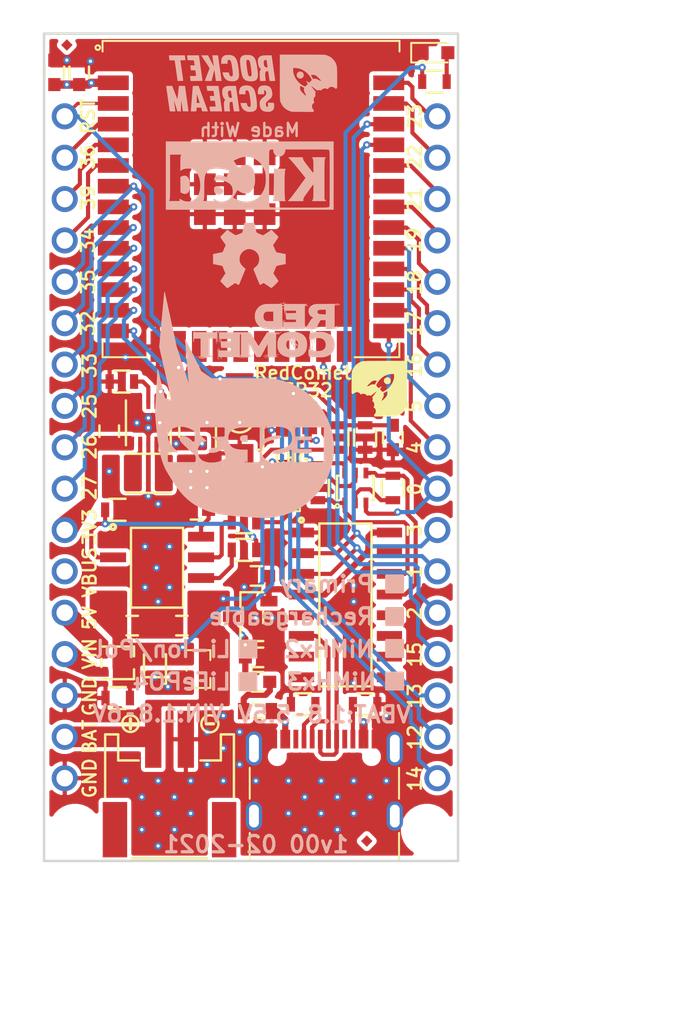
<source format=kicad_pcb>
(kicad_pcb (version 20171130) (host pcbnew 5.1.9-73d0e3b20d~88~ubuntu20.04.1)
  (title_block (title "Red Comet ESP32") (date 2021-02-11) (rev 1.00) (company "Rocket Scream Electronics"))
  (layers (0 F.Cu signal) (1 GND power) (2 POWER power) (31 B.Cu signal) (34 B.Paste user) (35 F.Paste user) (36 B.SilkS user) (37 F.SilkS user) (38 B.Mask user) (39 F.Mask user) (44 Edge.Cuts user))
  (net 0 "")
  (net 1 "Net-(J1-Pad3)")
  (net 2 "Net-(J1-Pad4)")
  (net 3 GND)
  (net 4 3V3)
  (net 5 VBUS)
  (net 6 VBAT)
  (net 7 VUSB)
  (net 8 VIN)
  (net 9 VEXT)
  (net 10 /RST)
  (net 11 "Net-(F1-Pad1)")
  (net 12 "Net-(J2-PadB5)")
  (net 13 "Net-(J2-PadB8)")
  (net 14 "Net-(J2-PadA5)")
  (net 15 "Net-(J2-PadA8)")
  (net 16 /IO1)
  (net 17 /IO3)
  (net 18 /IO5)
  (net 19 /IO4)
  (net 20 /IO0)
  (net 21 /IO2)
  (net 22 /IO12)
  (net 23 /IO23)
  (net 24 /IO22)
  (net 25 /IO21)
  (net 26 /IO19)
  (net 27 /IO18)
  (net 28 /IO17)
  (net 29 /IO16)
  (net 30 /IO15)
  (net 31 /IO13)
  (net 32 /IO14)
  (net 33 /IO27)
  (net 34 /IO26)
  (net 35 /IO25)
  (net 36 /IO33)
  (net 37 /IO32)
  (net 38 /IO35)
  (net 39 /IO34)
  (net 40 /IO39)
  (net 41 /IO36)
  (net 42 "Net-(R2-Pad2)")
  (net 43 /LX1)
  (net 44 /LX2)
  (net 45 "Net-(U4-Pad15)")
  (net 46 "Net-(U4-Pad12)")
  (net 47 "Net-(U4-Pad11)")
  (net 48 "Net-(U4-Pad10)")
  (net 49 "Net-(U4-Pad9)")
  (net 50 "Net-(U4-Pad8)")
  (net 51 "Net-(U4-Pad7)")
  (net 52 "Net-(D2-Pad1)")
  (net 53 "Net-(D4-Pad2)")
  (net 54 "Net-(Q2-Pad5)")
  (net 55 "Net-(Q2-Pad2)")
  (net 56 "Net-(R6-Pad1)")
  (net 57 "Net-(U2-Pad32)")
  (net 58 "Net-(U2-Pad22)")
  (net 59 "Net-(U2-Pad21)")
  (net 60 "Net-(U2-Pad20)")
  (net 61 "Net-(U2-Pad19)")
  (net 62 "Net-(U2-Pad18)")
  (net 63 "Net-(U2-Pad17)")
  (net 64 "Net-(C9-Pad2)")
  (net 65 "Net-(R11-Pad2)")
  (net 66 "Net-(R11-Pad1)")
  (net 67 3V3OUT)
  (net 68 "Net-(F1-Pad2)")
  (net 69 /USB-)
  (net 70 /USB+)
  (net 71 /~DTR~)
  (net 72 /~RTS~)
  (net 73 "Net-(M3-Pad~)")
  (net 74 "Net-(M4-Pad~)")
  (module RocketScreamKiCadLib:MF-FSMF (layer F.Cu) (at 113.1 90.72 180)
    (fp_text reference F1 hide)
    (fp_text value MF-FSMF050X)
    (pad 1 smd rect (at -0.85 0 180) (size 0.7 1) (layers F.Cu F.Paste F.Mask) (net 11 "Net-(F1-Pad1)"))
    (pad 2 smd rect (at 0.85 0 180) (size 0.7 1) (layers F.Cu F.Paste F.Mask) (net 68 "Net-(F1-Pad2)"))
  )
  (module RocketScreamKiCadLib:TS-107A (layer F.Cu) (at 112 72.72 90)
    (fp_text reference SW1 hide)
    (fp_text value SPNO)
    (pad 2 smd rect (at 2.175 0 90) (size 1.15 1.7) (layers F.Cu F.Paste F.Mask) (net 10 /RST))
    (pad 1 smd rect (at -2.175 0 90) (size 1.15 1.7) (layers F.Cu F.Paste F.Mask) (net 3 GND))
  )
  (module RocketScreamKiCadLib:WSON-10 (layer F.Cu) (at 106.4 73.02 270)
    (fp_text reference U3 hide)
    (fp_text value TPS63900DSKR)
    (pad 11 smd roundrect (at 0 0 270) (size 1.2 2) (layers F.Cu F.Mask) (roundrect_rratio 0.083) (net 3 GND))
    (pad 10 smd roundrect (at 1.15 -1 270) (size 0.6 0.25) (layers F.Cu F.Paste F.Mask) (roundrect_rratio 0.083) (net 5 VBUS))
    (pad 9 smd roundrect (at 1.15 -0.5 270) (size 0.6 0.25) (layers F.Cu F.Paste F.Mask) (roundrect_rratio 0.083) (net 43 /LX1))
    (pad 8 smd roundrect (at 1.15 0 270) (size 0.6 0.25) (layers F.Cu F.Paste F.Mask) (roundrect_rratio 0.083) (net 3 GND))
    (pad 7 smd roundrect (at 1.15 0.5 270) (size 0.6 0.25) (layers F.Cu F.Paste F.Mask) (roundrect_rratio 0.083) (net 44 /LX2))
    (pad 6 smd roundrect (at 1.15 1 270) (size 0.6 0.25) (layers F.Cu F.Paste F.Mask) (roundrect_rratio 0.083) (net 4 3V3))
    (pad 5 smd roundrect (at -1.15 1 270) (size 0.6 0.25) (layers F.Cu F.Paste F.Mask) (roundrect_rratio 0.083) (net 3 GND))
    (pad 4 smd roundrect (at -1.15 0.5 270) (size 0.6 0.25) (layers F.Cu F.Paste F.Mask) (roundrect_rratio 0.083) (net 3 GND))
    (pad 3 smd roundrect (at -1.15 0 270) (size 0.6 0.25) (layers F.Cu F.Paste F.Mask) (roundrect_rratio 0.083) (net 56 "Net-(R6-Pad1)"))
    (pad 2 smd roundrect (at -1.15 -0.5 270) (size 0.6 0.25) (layers F.Cu F.Paste F.Mask) (roundrect_rratio 0.083) (net 5 VBUS))
    (pad 1 smd roundrect (at -1.15 -1 270) (size 0.6 0.25) (layers F.Cu F.Paste F.Mask) (roundrect_rratio 0.083) (net 5 VBUS))
  )
  (module RocketScreamKiCadLib:DFE2520 (layer F.Cu) (at 106.4 76.12)
    (fp_text reference L1 hide)
    (fp_text value DFE252012P-2R2M=P2)
    (pad 2 smd rect (at 1 0) (size 0.8 2) (layers F.Cu F.Paste F.Mask) (net 43 /LX1))
    (pad 1 smd rect (at -1 0) (size 0.8 2) (layers F.Cu F.Paste F.Mask) (net 44 /LX2))
  )
  (module RocketScreamKiCadLib:LOGO-RED-COMET-ESP32_Large (layer B.Cu) (at 112.5 71.92 180)
    (fp_text reference LOGO5 hide)
    (fp_text value LOGO-RED-COMET-ESP32 hide)
  )
  (module RocketScreamKiCadLib:SOP-16_150mil (layer F.Cu) (at 118.491 84.2)
    (fp_text reference U4 hide)
    (fp_text value CH340C)
    (pad 16 smd rect (at 2.7 -4.445) (size 1.55 0.6) (layers F.Cu F.Paste F.Mask) (net 67 3V3OUT))
    (pad 15 smd rect (at 2.7 -3.175) (size 1.55 0.6) (layers F.Cu F.Paste F.Mask) (net 45 "Net-(U4-Pad15)"))
    (pad 14 smd rect (at 2.7 -1.905) (size 1.55 0.6) (layers F.Cu F.Paste F.Mask) (net 72 /~RTS~))
    (pad 13 smd rect (at 2.7 -0.635) (size 1.55 0.6) (layers F.Cu F.Paste F.Mask) (net 71 /~DTR~))
    (pad 12 smd rect (at 2.7 0.635) (size 1.55 0.6) (layers F.Cu F.Paste F.Mask) (net 46 "Net-(U4-Pad12)"))
    (pad 11 smd rect (at 2.7 1.905) (size 1.55 0.6) (layers F.Cu F.Paste F.Mask) (net 47 "Net-(U4-Pad11)"))
    (pad 10 smd rect (at 2.7 3.175) (size 1.55 0.6) (layers F.Cu F.Paste F.Mask) (net 48 "Net-(U4-Pad10)"))
    (pad 9 smd rect (at 2.7 4.445) (size 1.55 0.6) (layers F.Cu F.Paste F.Mask) (net 49 "Net-(U4-Pad9)"))
    (pad 8 smd rect (at -2.7 4.445) (size 1.55 0.6) (layers F.Cu F.Paste F.Mask) (net 50 "Net-(U4-Pad8)"))
    (pad 7 smd rect (at -2.7 3.175) (size 1.55 0.6) (layers F.Cu F.Paste F.Mask) (net 51 "Net-(U4-Pad7)"))
    (pad 6 smd rect (at -2.7 1.905) (size 1.55 0.6) (layers F.Cu F.Paste F.Mask) (net 69 /USB-))
    (pad 5 smd rect (at -2.7 0.635) (size 1.55 0.6) (layers F.Cu F.Paste F.Mask) (net 70 /USB+))
    (pad 4 smd rect (at -2.7 -0.635) (size 1.55 0.6) (layers F.Cu F.Paste F.Mask) (net 67 3V3OUT))
    (pad 3 smd rect (at -2.7 -1.905) (size 1.55 0.6) (layers F.Cu F.Paste F.Mask) (net 16 /IO1))
    (pad 2 smd rect (at -2.7 -3.175) (size 1.55 0.6) (layers F.Cu F.Paste F.Mask) (net 17 /IO3))
    (pad 1 smd rect (at -2.7 -4.445) (size 1.55 0.6) (layers F.Cu F.Paste F.Mask) (net 3 GND))
  )
  (module RocketScreamKiCadLib:SOIC-8-N_8S1_ThermalPad (layer F.Cu) (at 106.934 81.915)
    (fp_text reference U1 hide)
    (fp_text value CN3082)
    (pad 9 smd rect (at -0.62825 0.8505) (size 1.2565 1.701) (layers F.Cu F.Paste F.Mask) (net 3 GND))
    (pad 9 smd rect (at -0.62825 -0.8505) (size 1.2565 1.701) (layers F.Cu F.Paste F.Mask) (net 3 GND))
    (pad 9 smd rect (at 0.62825 -0.8505) (size 1.2565 1.701) (layers F.Cu F.Paste F.Mask) (net 3 GND))
    (pad 9 smd rect (at 0.62825 0.8505) (size 1.2565 1.701) (layers F.Cu F.Paste F.Mask) (net 3 GND))
    (pad 8 smd rect (at 2.7 -1.905) (size 1.6 0.6) (layers F.Cu F.Paste F.Mask) (net 64 "Net-(C9-Pad2)"))
    (pad 7 smd rect (at 2.7 -0.635) (size 1.6 0.6) (layers F.Cu F.Paste F.Mask) (net 42 "Net-(R2-Pad2)"))
    (pad 6 smd rect (at 2.7 0.635) (size 1.6 0.6) (layers F.Cu F.Paste F.Mask) (net 66 "Net-(R11-Pad1)"))
    (pad 5 smd rect (at 2.7 1.905) (size 1.6 0.6) (layers F.Cu F.Paste F.Mask) (net 6 VBAT))
    (pad 4 smd rect (at -2.7 1.905) (size 1.6 0.6) (layers F.Cu F.Paste F.Mask) (net 9 VEXT))
    (pad 3 smd rect (at -2.7 0.635) (size 1.6 0.6) (layers F.Cu F.Paste F.Mask) (net 3 GND))
    (pad 2 smd rect (at -2.7 -0.635) (size 1.6 0.6) (layers F.Cu F.Paste F.Mask) (net 65 "Net-(R11-Pad2)"))
    (pad 1 smd rect (at -2.7 -1.905) (size 1.6 0.6) (layers F.Cu F.Paste F.Mask) (net 3 GND))
  )
  (module RocketScreamKiCadLib:FIDUCIAL-0.5MM_SQUARE (layer F.Cu) (at 119.8 98.7)
    (fp_text reference M4 hide)
    (fp_text value FIDUCIAL)
    (pad ~ smd rect (at 0 0 45) (size 0.5 0.5) (layers F.Cu F.Mask) (net 74 "Net-(M4-Pad~)"))
  )
  (module RocketScreamKiCadLib:FIDUCIAL-0.5MM_SQUARE (layer F.Cu) (at 101.4 49.82)
    (fp_text reference M3 hide)
    (fp_text value FIDUCIAL)
    (pad ~ smd rect (at 0 0 45) (size 0.5 0.5) (layers F.Cu F.Mask) (net 73 "Net-(M3-Pad~)"))
  )
  (module RocketScreamKiCadLib:R_0603 (layer F.Cu) (at 116.8 77.02 90)
    (fp_text reference R15 hide)
    (fp_text value 10K)
    (pad 2 smd rect (at 0.75 0 90) (size 0.5 0.9) (layers F.Cu F.Paste F.Mask) (net 54 "Net-(Q2-Pad5)"))
    (pad 1 smd rect (at -0.75 0 90) (size 0.5 0.9) (layers F.Cu F.Paste F.Mask) (net 72 /~RTS~))
  )
  (module RocketScreamKiCadLib:R_0603 (layer F.Cu) (at 121.4 77.02 270)
    (fp_text reference R14 hide)
    (fp_text value 10K)
    (pad 2 smd rect (at 0.75 0 270) (size 0.5 0.9) (layers F.Cu F.Paste F.Mask) (net 55 "Net-(Q2-Pad2)"))
    (pad 1 smd rect (at -0.75 0 270) (size 0.5 0.9) (layers F.Cu F.Paste F.Mask) (net 71 /~DTR~))
  )
  (module RocketScreamKiCadLib:C_0603 (layer F.Cu) (at 114.6 72.72 270)
    (fp_text reference C11 hide)
    (fp_text value "10uF 16V X5R")
    (pad 2 smd rect (at 0.75 0 270) (size 0.8 0.75) (layers F.Cu F.Paste F.Mask) (net 3 GND))
    (pad 1 smd rect (at -0.75 0 270) (size 0.8 0.75) (layers F.Cu F.Paste F.Mask) (net 10 /RST))
  )
  (module RocketScreamKiCadLib:C_0603 (layer F.Cu) (at 113.03 82.42 180)
    (fp_text reference C10 hide)
    (fp_text value "10uF 16V X5R")
    (pad 2 smd rect (at 0.75 0 180) (size 0.8 0.75) (layers F.Cu F.Paste F.Mask) (net 3 GND))
    (pad 1 smd rect (at -0.75 0 180) (size 0.8 0.75) (layers F.Cu F.Paste F.Mask) (net 67 3V3OUT))
  )
  (module RocketScreamKiCadLib:SOT-23 (layer F.Cu) (at 112.649 84.92 90)
    (fp_text reference U5 hide)
    (fp_text value ME6216A33XG)
    (pad 3 smd rect (at 0 -1.15 90) (size 0.65 1.05) (layers F.Cu F.Paste F.Mask) (net 7 VUSB))
    (pad 2 smd rect (at 0.95 1.15 90) (size 0.65 1.05) (layers F.Cu F.Paste F.Mask) (net 67 3V3OUT))
    (pad 1 smd rect (at -0.95 1.15 90) (size 0.65 1.05) (layers F.Cu F.Paste F.Mask) (net 3 GND))
  )
  (module RocketScreamKiCadLib:R_0603 (layer F.Cu) (at 104.5 78.359)
    (fp_text reference R13 hide)
    (fp_text value 10K)
    (pad 2 smd rect (at 0.75 0) (size 0.5 0.9) (layers F.Cu F.Paste F.Mask) (net 3 GND))
    (pad 1 smd rect (at -0.75 0) (size 0.5 0.9) (layers F.Cu F.Paste F.Mask) (net 65 "Net-(R11-Pad2)"))
  )
  (module RocketScreamKiCadLib:R_0603 (layer F.Cu) (at 111.7 77.02 270)
    (fp_text reference R12 hide)
    (fp_text value 510K)
    (pad 2 smd rect (at 0.75 0 270) (size 0.5 0.9) (layers F.Cu F.Paste F.Mask) (net 64 "Net-(C9-Pad2)"))
    (pad 1 smd rect (at -0.75 0 270) (size 0.5 0.9) (layers F.Cu F.Paste F.Mask) (net 3 GND))
  )
  (module RocketScreamKiCadLib:R_0603 (layer F.Cu) (at 112.268 80.82)
    (fp_text reference R11 hide)
    (fp_text value 100K)
    (pad 2 smd rect (at 0.75 0) (size 0.5 0.9) (layers F.Cu F.Paste F.Mask) (net 65 "Net-(R11-Pad2)"))
    (pad 1 smd rect (at -0.75 0) (size 0.5 0.9) (layers F.Cu F.Paste F.Mask) (net 66 "Net-(R11-Pad1)"))
  )
  (module RocketScreamKiCadLib:R_0603 (layer F.Cu) (at 113.4 77.02 270)
    (fp_text reference R10 hide)
    (fp_text value 365K)
    (pad 2 smd rect (at 0.75 0 270) (size 0.5 0.9) (layers F.Cu F.Paste F.Mask) (net 64 "Net-(C9-Pad2)"))
    (pad 1 smd rect (at -0.75 0 270) (size 0.5 0.9) (layers F.Cu F.Paste F.Mask) (net 6 VBAT))
  )
  (module RocketScreamKiCadLib:C_0603 (layer F.Cu) (at 109.347 78.359)
    (fp_text reference C9 hide)
    (fp_text value 100nF)
    (pad 2 smd rect (at 0.75 0) (size 0.8 0.75) (layers F.Cu F.Paste F.Mask) (net 64 "Net-(C9-Pad2)"))
    (pad 1 smd rect (at -0.75 0) (size 0.8 0.75) (layers F.Cu F.Paste F.Mask) (net 3 GND))
  )
  (module RocketScreamKiCadLib:SOT-323 (layer F.Cu) (at 109.474 88.138 180)
    (fp_text reference Q1 hide)
    (fp_text value DMP2165UW-7)
    (pad 3 smd rect (at -0.95 0 180) (size 0.9 0.7) (layers F.Cu F.Paste F.Mask) (net 6 VBAT))
    (pad 1 smd rect (at 0.95 0.65 180) (size 0.9 0.7) (layers F.Cu F.Paste F.Mask) (net 9 VEXT))
    (pad 2 smd rect (at 0.95 -0.65 180) (size 0.9 0.7) (layers F.Cu F.Paste F.Mask) (net 5 VBUS))
  )
  (module RocketScreamKiCadLib:S2B-PH-SM4-TB (layer F.Cu) (at 107.7 95.2)
    (fp_text reference J1 hide)
    (fp_text value S2B-PH-SM4-TB)
    (pad 4 smd rect (at 3.35 2.8) (size 1.5 3.4) (layers F.Cu F.Paste F.Mask) (net 2 "Net-(J1-Pad4)"))
    (pad 3 smd rect (at -3.35 2.8) (size 1.5 3.4) (layers F.Cu F.Paste F.Mask) (net 1 "Net-(J1-Pad3)"))
    (pad 2 smd rect (at 1 -2.75) (size 1 3.5) (layers F.Cu F.Paste F.Mask) (net 3 GND))
    (pad 1 smd rect (at -1 -2.75) (size 1 3.5) (layers F.Cu F.Paste F.Mask) (net 6 VBAT))
  )
  (module RocketScreamKiCadLib:SOT-363_ON_Semi (layer F.Cu) (at 119.1 77.02 90)
    (fp_text reference Q2 hide)
    (fp_text value MBT3904DW1T1)
    (pad 5 smd rect (at 0.92 0) (size 0.3 0.66) (layers F.Cu F.Paste F.Mask) (net 54 "Net-(Q2-Pad5)"))
    (pad 6 smd rect (at 0.92 -0.65) (size 0.3 0.66) (layers F.Cu F.Paste F.Mask) (net 10 /RST))
    (pad 4 smd rect (at 0.92 0.65) (size 0.3 0.66) (layers F.Cu F.Paste F.Mask) (net 71 /~DTR~))
    (pad 3 smd rect (at -0.92 0.65) (size 0.3 0.66) (layers F.Cu F.Paste F.Mask) (net 20 /IO0))
    (pad 2 smd rect (at -0.92 0) (size 0.3 0.66) (layers F.Cu F.Paste F.Mask) (net 55 "Net-(Q2-Pad2)"))
    (pad 1 smd rect (at -0.92 -0.65) (size 0.3 0.66) (layers F.Cu F.Paste F.Mask) (net 72 /~RTS~))
  )
  (module RocketScreamKiCadLib:R_0603 (layer F.Cu) (at 104.775 70.485 180)
    (fp_text reference R6 hide)
    (fp_text value 36K5)
    (pad 2 smd rect (at 0.75 0 180) (size 0.5 0.9) (layers F.Cu F.Paste F.Mask) (net 3 GND))
    (pad 1 smd rect (at -0.75 0 180) (size 0.5 0.9) (layers F.Cu F.Paste F.Mask) (net 56 "Net-(R6-Pad1)"))
  )
  (module RocketScreamKiCadLib:C_0603 (layer F.Cu) (at 104 73.533 90)
    (fp_text reference C6 hide)
    (fp_text value "22uF 10V X5R")
    (pad 2 smd rect (at 0.75 0 90) (size 0.8 0.75) (layers F.Cu F.Paste F.Mask) (net 3 GND))
    (pad 1 smd rect (at -0.75 0 90) (size 0.8 0.75) (layers F.Cu F.Paste F.Mask) (net 4 3V3))
  )
  (module RocketScreamKiCadLib:C_0603 (layer F.Cu) (at 108.9 73.533 90)
    (fp_text reference C5 hide)
    (fp_text value "10uF 16V X5R")
    (pad 2 smd rect (at 0.75 0 90) (size 0.8 0.75) (layers F.Cu F.Paste F.Mask) (net 3 GND))
    (pad 1 smd rect (at -0.75 0 90) (size 0.8 0.75) (layers F.Cu F.Paste F.Mask) (net 5 VBUS))
  )
  (module RocketScreamKiCadLib:R_0603 (layer F.Cu) (at 119.7 90.3)
    (fp_text reference R5 hide)
    (fp_text value 5K1)
    (pad 2 smd rect (at 0.75 0) (size 0.5 0.9) (layers F.Cu F.Paste F.Mask) (net 3 GND))
    (pad 1 smd rect (at -0.75 0) (size 0.5 0.9) (layers F.Cu F.Paste F.Mask) (net 12 "Net-(J2-PadB5)"))
  )
  (module RocketScreamKiCadLib:R_0603 (layer F.Cu) (at 115.9 90.3 180)
    (fp_text reference R4 hide)
    (fp_text value 5K1)
    (pad 2 smd rect (at 0.75 0 180) (size 0.5 0.9) (layers F.Cu F.Paste F.Mask) (net 3 GND))
    (pad 1 smd rect (at -0.75 0 180) (size 0.5 0.9) (layers F.Cu F.Paste F.Mask) (net 14 "Net-(J2-PadA5)"))
  )
  (module RocketScreamKiCadLib:HDR_1x17_Pitch2.54mm_WithoutSilk_SmallerPads (layer B.Cu) (at 101.27 74.52 270)
    (fp_text reference J4 hide)
    (fp_text value CONN-HDR-1x17)
    (pad 17 thru_hole oval (at 20.32 0 270) (size 1.6 1.6) (drill 1.016) (layers *.Cu *.Mask) (net 3 GND))
    (pad 16 thru_hole oval (at 17.78 0 270) (size 1.6 1.6) (drill 1.016) (layers *.Cu *.Mask) (net 6 VBAT))
    (pad 15 thru_hole oval (at 15.24 0 270) (size 1.6 1.6) (drill 1.016) (layers *.Cu *.Mask) (net 3 GND))
    (pad 10 thru_hole oval (at 2.54 0 270) (size 1.6 1.6) (drill 1.016) (layers *.Cu *.Mask) (net 33 /IO27))
    (pad 9 thru_hole oval (at 0 0 270) (size 1.6 1.6) (drill 1.016) (layers *.Cu *.Mask) (net 34 /IO26))
    (pad 8 thru_hole oval (at -2.54 0 270) (size 1.6 1.6) (drill 1.016) (layers *.Cu *.Mask) (net 35 /IO25))
    (pad 7 thru_hole oval (at -5.08 0 270) (size 1.6 1.6) (drill 1.016) (layers *.Cu *.Mask) (net 36 /IO33))
    (pad 6 thru_hole oval (at -7.62 0 270) (size 1.6 1.6) (drill 1.016) (layers *.Cu *.Mask) (net 37 /IO32))
    (pad 5 thru_hole oval (at -10.16 0 270) (size 1.6 1.6) (drill 1.016) (layers *.Cu *.Mask) (net 38 /IO35))
    (pad 4 thru_hole oval (at -12.7 0 270) (size 1.6 1.6) (drill 1.016) (layers *.Cu *.Mask) (net 39 /IO34))
    (pad 3 thru_hole oval (at -15.24 0 270) (size 1.6 1.6) (drill 1.016) (layers *.Cu *.Mask) (net 40 /IO39))
    (pad 2 thru_hole oval (at -17.78 0 270) (size 1.6 1.6) (drill 1.016) (layers *.Cu *.Mask) (net 41 /IO36))
    (pad 1 thru_hole oval (at -20.32 0 270) (size 1.6 1.6) (drill 1.016) (layers *.Cu *.Mask) (net 10 /RST))
    (pad 11 thru_hole oval (at 5.08 0 270) (size 1.6 1.6) (drill 1.016) (layers *.Cu *.Mask) (net 4 3V3))
    (pad 12 thru_hole oval (at 7.62 0 270) (size 1.6 1.6) (drill 1.016) (layers *.Cu *.Mask) (net 5 VBUS))
    (pad 13 thru_hole oval (at 10.16 0 270) (size 1.6 1.6) (drill 1.016) (layers *.Cu *.Mask) (net 7 VUSB))
    (pad 14 thru_hole oval (at 12.7 0 270) (size 1.6 1.6) (drill 1.016) (layers *.Cu *.Mask) (net 8 VIN))
  )
  (module RocketScreamKiCadLib:HDR_1x17_Pitch2.54mm_WithoutSilk_SmallerPads (layer B.Cu) (at 124.13 74.52 270)
    (fp_text reference J3 hide)
    (fp_text value CONN-HDR-1x17)
    (pad 17 thru_hole oval (at 20.32 0 270) (size 1.6 1.6) (drill 1.016) (layers *.Cu *.Mask) (net 32 /IO14))
    (pad 16 thru_hole oval (at 17.78 0 270) (size 1.6 1.6) (drill 1.016) (layers *.Cu *.Mask) (net 22 /IO12))
    (pad 15 thru_hole oval (at 15.24 0 270) (size 1.6 1.6) (drill 1.016) (layers *.Cu *.Mask) (net 31 /IO13))
    (pad 10 thru_hole oval (at 2.54 0 270) (size 1.6 1.6) (drill 1.016) (layers *.Cu *.Mask) (net 20 /IO0))
    (pad 9 thru_hole oval (at 0 0 270) (size 1.6 1.6) (drill 1.016) (layers *.Cu *.Mask) (net 19 /IO4))
    (pad 8 thru_hole oval (at -2.54 0 270) (size 1.6 1.6) (drill 1.016) (layers *.Cu *.Mask) (net 18 /IO5))
    (pad 7 thru_hole oval (at -5.08 0 270) (size 1.6 1.6) (drill 1.016) (layers *.Cu *.Mask) (net 29 /IO16))
    (pad 6 thru_hole oval (at -7.62 0 270) (size 1.6 1.6) (drill 1.016) (layers *.Cu *.Mask) (net 28 /IO17))
    (pad 5 thru_hole oval (at -10.16 0 270) (size 1.6 1.6) (drill 1.016) (layers *.Cu *.Mask) (net 27 /IO18))
    (pad 4 thru_hole oval (at -12.7 0 270) (size 1.6 1.6) (drill 1.016) (layers *.Cu *.Mask) (net 26 /IO19))
    (pad 3 thru_hole oval (at -15.24 0 270) (size 1.6 1.6) (drill 1.016) (layers *.Cu *.Mask) (net 25 /IO21))
    (pad 2 thru_hole oval (at -17.78 0 270) (size 1.6 1.6) (drill 1.016) (layers *.Cu *.Mask) (net 24 /IO22))
    (pad 1 thru_hole oval (at -20.32 0 270) (size 1.6 1.6) (drill 1.016) (layers *.Cu *.Mask) (net 23 /IO23))
    (pad 11 thru_hole oval (at 5.08 0 270) (size 1.6 1.6) (drill 1.016) (layers *.Cu *.Mask) (net 17 /IO3))
    (pad 12 thru_hole oval (at 7.62 0 270) (size 1.6 1.6) (drill 1.016) (layers *.Cu *.Mask) (net 16 /IO1))
    (pad 13 thru_hole oval (at 10.16 0 270) (size 1.6 1.6) (drill 1.016) (layers *.Cu *.Mask) (net 21 /IO2))
    (pad 14 thru_hole oval (at 12.7 0 270) (size 1.6 1.6) (drill 1.016) (layers *.Cu *.Mask) (net 30 /IO15))
  )
  (module RocketScreamKiCadLib:ESP32-WROOM-32UE_ShorterPads (layer F.Cu) (at 112.7 59.28)
    (fp_text reference U2 hide)
    (fp_text value ESP32-WROOM-32UE)
    (pad 47 smd rect (at 0.835 0.925) (size 1.33 1.33) (layers F.Cu F.Paste F.Mask) (net 3 GND))
    (pad 46 smd rect (at -1 0.925) (size 1.33 1.33) (layers F.Cu F.Paste F.Mask) (net 3 GND))
    (pad 45 smd rect (at -2.835 0.925) (size 1.33 1.33) (layers F.Cu F.Paste F.Mask) (net 3 GND))
    (pad 44 smd rect (at 0.835 -0.91) (size 1.33 1.33) (layers F.Cu F.Paste F.Mask) (net 3 GND))
    (pad 43 smd rect (at -1 -0.91) (size 1.33 1.33) (layers F.Cu F.Paste F.Mask) (net 3 GND))
    (pad 42 smd rect (at -2.835 -0.91) (size 1.33 1.33) (layers F.Cu F.Paste F.Mask) (net 3 GND))
    (pad 41 smd rect (at 0.835 -2.745) (size 1.33 1.33) (layers F.Cu F.Paste F.Mask) (net 3 GND))
    (pad 40 smd rect (at -1 -2.745) (size 1.33 1.33) (layers F.Cu F.Paste F.Mask) (net 3 GND))
    (pad 39 smd rect (at -2.835 -2.745) (size 1.33 1.33) (layers F.Cu F.Paste F.Mask) (net 3 GND))
    (pad 38 smd rect (at 8.45 -8.41) (size 1.9 0.9) (layers F.Cu F.Paste F.Mask) (net 3 GND))
    (pad 37 smd rect (at 8.45 -7.14) (size 1.9 0.9) (layers F.Cu F.Paste F.Mask) (net 23 /IO23))
    (pad 36 smd rect (at 8.45 -5.87) (size 1.9 0.9) (layers F.Cu F.Paste F.Mask) (net 24 /IO22))
    (pad 35 smd rect (at 8.45 -4.6) (size 1.9 0.9) (layers F.Cu F.Paste F.Mask) (net 16 /IO1))
    (pad 34 smd rect (at 8.45 -3.33) (size 1.9 0.9) (layers F.Cu F.Paste F.Mask) (net 17 /IO3))
    (pad 33 smd rect (at 8.45 -2.06) (size 1.9 0.9) (layers F.Cu F.Paste F.Mask) (net 25 /IO21))
    (pad 32 smd rect (at 8.45 -0.79) (size 1.9 0.9) (layers F.Cu F.Paste F.Mask) (net 57 "Net-(U2-Pad32)"))
    (pad 31 smd rect (at 8.45 0.48) (size 1.9 0.9) (layers F.Cu F.Paste F.Mask) (net 26 /IO19))
    (pad 30 smd rect (at 8.45 1.75) (size 1.9 0.9) (layers F.Cu F.Paste F.Mask) (net 27 /IO18))
    (pad 29 smd rect (at 8.45 3.02) (size 1.9 0.9) (layers F.Cu F.Paste F.Mask) (net 18 /IO5))
    (pad 28 smd rect (at 8.45 4.29) (size 1.9 0.9) (layers F.Cu F.Paste F.Mask) (net 28 /IO17))
    (pad 27 smd rect (at 8.45 5.56) (size 1.9 0.9) (layers F.Cu F.Paste F.Mask) (net 29 /IO16))
    (pad 26 smd rect (at 8.45 6.83) (size 1.9 0.9) (layers F.Cu F.Paste F.Mask) (net 19 /IO4))
    (pad 25 smd rect (at 8.45 8.1) (size 1.9 0.9) (layers F.Cu F.Paste F.Mask) (net 20 /IO0))
    (pad 24 smd rect (at 5.715 9.05 90) (size 1.9 0.9) (layers F.Cu F.Paste F.Mask) (net 21 /IO2))
    (pad 23 smd rect (at 4.445 9.05 90) (size 1.9 0.9) (layers F.Cu F.Paste F.Mask) (net 30 /IO15))
    (pad 22 smd rect (at 3.175 9.05 90) (size 1.9 0.9) (layers F.Cu F.Paste F.Mask) (net 58 "Net-(U2-Pad22)"))
    (pad 21 smd rect (at 1.905 9.05 90) (size 1.9 0.9) (layers F.Cu F.Paste F.Mask) (net 59 "Net-(U2-Pad21)"))
    (pad 20 smd rect (at 0.635 9.05 90) (size 1.9 0.9) (layers F.Cu F.Paste F.Mask) (net 60 "Net-(U2-Pad20)"))
    (pad 19 smd rect (at -0.635 9.05 90) (size 1.9 0.9) (layers F.Cu F.Paste F.Mask) (net 61 "Net-(U2-Pad19)"))
    (pad 18 smd rect (at -1.905 9.05 90) (size 1.9 0.9) (layers F.Cu F.Paste F.Mask) (net 62 "Net-(U2-Pad18)"))
    (pad 17 smd rect (at -3.175 9.05 90) (size 1.9 0.9) (layers F.Cu F.Paste F.Mask) (net 63 "Net-(U2-Pad17)"))
    (pad 16 smd rect (at -4.445 9.05 90) (size 1.9 0.9) (layers F.Cu F.Paste F.Mask) (net 31 /IO13))
    (pad 15 smd rect (at -5.715 9.05 90) (size 1.9 0.9) (layers F.Cu F.Paste F.Mask) (net 3 GND))
    (pad 14 smd rect (at -8.45 8.1) (size 1.9 0.9) (layers F.Cu F.Paste F.Mask) (net 22 /IO12))
    (pad 13 smd rect (at -8.45 6.83) (size 1.9 0.9) (layers F.Cu F.Paste F.Mask) (net 32 /IO14))
    (pad 12 smd rect (at -8.45 5.56) (size 1.9 0.9) (layers F.Cu F.Paste F.Mask) (net 33 /IO27))
    (pad 11 smd rect (at -8.45 4.29) (size 1.9 0.9) (layers F.Cu F.Paste F.Mask) (net 34 /IO26))
    (pad 10 smd rect (at -8.45 3.02) (size 1.9 0.9) (layers F.Cu F.Paste F.Mask) (net 35 /IO25))
    (pad 9 smd rect (at -8.45 1.75) (size 1.9 0.9) (layers F.Cu F.Paste F.Mask) (net 36 /IO33))
    (pad 8 smd rect (at -8.45 0.48) (size 1.9 0.9) (layers F.Cu F.Paste F.Mask) (net 37 /IO32))
    (pad 7 smd rect (at -8.45 -0.79) (size 1.9 0.9) (layers F.Cu F.Paste F.Mask) (net 38 /IO35))
    (pad 6 smd rect (at -8.45 -2.06) (size 1.9 0.9) (layers F.Cu F.Paste F.Mask) (net 39 /IO34))
    (pad 5 smd rect (at -8.45 -3.33) (size 1.9 0.9) (layers F.Cu F.Paste F.Mask) (net 40 /IO39))
    (pad 4 smd rect (at -8.45 -4.6) (size 1.9 0.9) (layers F.Cu F.Paste F.Mask) (net 41 /IO36))
    (pad 3 smd rect (at -8.45 -5.87) (size 1.9 0.9) (layers F.Cu F.Paste F.Mask) (net 10 /RST))
    (pad 2 smd rect (at -8.45 -7.14) (size 1.9 0.9) (layers F.Cu F.Paste F.Mask) (net 4 3V3))
    (pad 1 smd rect (at -8.45 -8.41) (size 1.9 0.9) (layers F.Cu F.Paste F.Mask) (net 3 GND))
  )
  (module RocketScreamKiCadLib:USB-TYPE-C-16PIN-SMD (layer F.Cu) (at 117.2 95.9)
    (fp_text reference J2 hide)
    (fp_text value USB-C_16Pins)
    (pad B4 smd rect (at 2.25 -3.46) (size 0.3 1.15) (layers F.Cu F.Paste F.Mask) (net 11 "Net-(F1-Pad1)"))
    (pad A9 smd rect (at 2.55 -3.46) (size 0.3 1.15) (layers F.Cu F.Paste F.Mask) (net 11 "Net-(F1-Pad1)"))
    (pad A12 smd rect (at 3.35 -3.46) (size 0.3 1.15) (layers F.Cu F.Paste F.Mask) (net 3 GND))
    (pad B1 smd rect (at 3.05 -3.46) (size 0.3 1.15) (layers F.Cu F.Paste F.Mask) (net 3 GND))
    (pad B5 smd rect (at 1.75 -3.46) (size 0.3 1.15) (layers F.Cu F.Paste F.Mask) (net 12 "Net-(J2-PadB5)"))
    (pad A7 smd rect (at 0.25 -3.46) (size 0.3 1.15) (layers F.Cu F.Paste F.Mask) (net 69 /USB-))
    (pad B6 smd rect (at 0.75 -3.46) (size 0.3 1.15) (layers F.Cu F.Paste F.Mask) (net 70 /USB+))
    (pad B8 smd rect (at 1.25 -3.46) (size 0.3 1.15) (layers F.Cu F.Paste F.Mask) (net 13 "Net-(J2-PadB8)"))
    (pad A6 smd rect (at -0.25 -3.46) (size 0.3 1.15) (layers F.Cu F.Paste F.Mask) (net 70 /USB+))
    (pad B7 smd rect (at -0.75 -3.46) (size 0.3 1.15) (layers F.Cu F.Paste F.Mask) (net 69 /USB-))
    (pad A5 smd rect (at -1.25 -3.46) (size 0.3 1.15) (layers F.Cu F.Paste F.Mask) (net 14 "Net-(J2-PadA5)"))
    (pad A8 smd rect (at -1.75 -3.46) (size 0.3 1.15) (layers F.Cu F.Paste F.Mask) (net 15 "Net-(J2-PadA8)"))
    (pad B9 smd rect (at -2.25 -3.46) (size 0.3 1.15) (layers F.Cu F.Paste F.Mask) (net 11 "Net-(F1-Pad1)"))
    (pad A4 smd rect (at -2.55 -3.46) (size 0.3 1.15) (layers F.Cu F.Paste F.Mask) (net 11 "Net-(F1-Pad1)"))
    (pad B12 smd rect (at -3.05 -3.46) (size 0.3 1.15) (layers F.Cu F.Paste F.Mask) (net 3 GND))
    (pad A1 smd rect (at -3.35 -3.46) (size 0.3 1.15) (layers F.Cu F.Paste F.Mask) (net 3 GND))
    (pad 4 thru_hole oval (at 4.32 -2.885) (size 1 2.1) (drill oval 0.6 1.7) (layers *.Cu *.Mask F.Paste) (net 3 GND))
    (pad 3 thru_hole oval (at -4.32 -2.885) (size 1 2.1) (drill oval 0.6 1.7) (layers *.Cu *.Mask F.Paste) (net 3 GND))
    (pad 2 thru_hole oval (at 4.32 1.265) (size 1 1.8) (drill oval 0.6 1.4) (layers *.Cu *.Mask F.Paste) (net 3 GND))
    (pad 1 thru_hole oval (at -4.32 1.265) (size 1 1.8) (drill oval 0.6 1.4) (layers *.Cu *.Mask F.Paste) (net 3 GND))
    (pad "" np_thru_hole circle (at -2.89 -2.385) (size 0.65 0.65) (drill 0.65) (layers *.Cu *.Mask))
    (pad "" np_thru_hole circle (at 2.89 -2.385) (size 0.65 0.65) (drill 0.65) (layers *.Cu *.Mask))
  )
  (module RocketScreamKiCadLib:LOGO-ROCKET-SCREAM_Without_Text_XXXXSmall (layer F.Cu) (at 120.574 70.92)
    (fp_text reference LOGO4 hide)
    (fp_text value LOGO-ROCKET-SCREAM-WITHOUT-TEXT hide)
  )
  (module RocketScreamKiCadLib:LOGO-OSHW_XXSmall (layer B.Cu) (at 112.6 62.722 180)
    (fp_text reference LOGO1 hide)
    (fp_text value LOGO-OSHW hide)
  )
  (module RocketScreamKiCadLib:LED_0603 (layer F.Cu) (at 115.1 77.02 90)
    (fp_text reference D2 hide)
    (fp_text value Red)
    (pad 2 smd rect (at 0.825 0 270) (size 0.8 0.8) (layers F.Cu F.Paste F.Mask) (net 9 VEXT))
    (pad 1 smd rect (at -0.825 0 270) (size 0.8 0.8) (layers F.Cu F.Paste F.Mask) (net 52 "Net-(D2-Pad1)"))
  )
  (module RocketScreamKiCadLib:LED_0603 (layer F.Cu) (at 123.952 50.292)
    (fp_text reference D4 hide)
    (fp_text value Yellow)
    (pad 2 smd rect (at 0.825 0 180) (size 0.8 0.8) (layers F.Cu F.Paste F.Mask) (net 53 "Net-(D4-Pad2)"))
    (pad 1 smd rect (at -0.825 0 180) (size 0.8 0.8) (layers F.Cu F.Paste F.Mask) (net 3 GND))
  )
  (module RocketScreamKiCadLib:R_0603 (layer F.Cu) (at 112.268 79.12 180)
    (fp_text reference R2 hide)
    (fp_text value 5K1)
    (pad 2 smd rect (at 0.75 0 180) (size 0.5 0.9) (layers F.Cu F.Paste F.Mask) (net 42 "Net-(R2-Pad2)"))
    (pad 1 smd rect (at -0.75 0 180) (size 0.5 0.9) (layers F.Cu F.Paste F.Mask) (net 52 "Net-(D2-Pad1)"))
  )
  (module RocketScreamKiCadLib:R_0603 (layer F.Cu) (at 119.7 73.92 90)
    (fp_text reference R8 hide)
    (fp_text value 1M)
    (pad 2 smd rect (at 0.75 0 90) (size 0.5 0.9) (layers F.Cu F.Paste F.Mask) (net 38 /IO35))
    (pad 1 smd rect (at -0.75 0 90) (size 0.5 0.9) (layers F.Cu F.Paste F.Mask) (net 3 GND))
  )
  (module RocketScreamKiCadLib:R_0603 (layer F.Cu) (at 123.952 52.07 180)
    (fp_text reference R9 hide)
    (fp_text value 5K1)
    (pad 2 smd rect (at 0.75 0 180) (size 0.5 0.9) (layers F.Cu F.Paste F.Mask) (net 21 /IO2))
    (pad 1 smd rect (at -0.75 0 180) (size 0.5 0.9) (layers F.Cu F.Paste F.Mask) (net 53 "Net-(D4-Pad2)"))
  )
  (module RocketScreamKiCadLib:R_0603 (layer F.Cu) (at 116.3 72.72 90)
    (fp_text reference R1 hide)
    (fp_text value 10K)
    (pad 2 smd rect (at 0.75 0 90) (size 0.5 0.9) (layers F.Cu F.Paste F.Mask) (net 10 /RST))
    (pad 1 smd rect (at -0.75 0 90) (size 0.5 0.9) (layers F.Cu F.Paste F.Mask) (net 4 3V3))
  )
  (module RocketScreamKiCadLib:R_0603 (layer F.Cu) (at 104.521 89.916 180)
    (fp_text reference R3 hide)
    (fp_text value 10K)
    (pad 2 smd rect (at 0.75 0 180) (size 0.5 0.9) (layers F.Cu F.Paste F.Mask) (net 3 GND))
    (pad 1 smd rect (at -0.75 0 180) (size 0.5 0.9) (layers F.Cu F.Paste F.Mask) (net 9 VEXT))
  )
  (module RocketScreamKiCadLib:R_0603 (layer F.Cu) (at 118 73.92 90)
    (fp_text reference R7 hide)
    (fp_text value 1M)
    (pad 2 smd rect (at 0.75 0 90) (size 0.5 0.9) (layers F.Cu F.Paste F.Mask) (net 38 /IO35))
    (pad 1 smd rect (at -0.75 0 90) (size 0.5 0.9) (layers F.Cu F.Paste F.Mask) (net 6 VBAT))
  )
  (module RocketScreamKiCadLib:C_0603 (layer F.Cu) (at 102.159 51.5 90)
    (fp_text reference C4 hide)
    (fp_text value 100nF)
    (pad 2 smd rect (at 0.75 0 90) (size 0.8 0.75) (layers F.Cu F.Paste F.Mask) (net 3 GND))
    (pad 1 smd rect (at -0.75 0 90) (size 0.8 0.75) (layers F.Cu F.Paste F.Mask) (net 4 3V3))
  )
  (module RocketScreamKiCadLib:C_0603 (layer F.Cu) (at 105.41 85.471 180)
    (fp_text reference C1 hide)
    (fp_text value "10uF 16V X5R")
    (pad 2 smd rect (at 0.75 0 180) (size 0.8 0.75) (layers F.Cu F.Paste F.Mask) (net 9 VEXT))
    (pad 1 smd rect (at -0.75 0 180) (size 0.8 0.75) (layers F.Cu F.Paste F.Mask) (net 3 GND))
  )
  (module RocketScreamKiCadLib:C_0603 (layer F.Cu) (at 113.1 87.42)
    (fp_text reference C8 hide)
    (fp_text value "10uF 16V X5R")
    (pad 2 smd rect (at 0.75 0) (size 0.8 0.75) (layers F.Cu F.Paste F.Mask) (net 3 GND))
    (pad 1 smd rect (at -0.75 0) (size 0.8 0.75) (layers F.Cu F.Paste F.Mask) (net 7 VUSB))
  )
  (module RocketScreamKiCadLib:C_0603 (layer F.Cu) (at 100.635 51.5 90)
    (fp_text reference C3 hide)
    (fp_text value "22uF 10V X5R")
    (pad 2 smd rect (at 0.75 0 90) (size 0.8 0.75) (layers F.Cu F.Paste F.Mask) (net 3 GND))
    (pad 1 smd rect (at -0.75 0 90) (size 0.8 0.75) (layers F.Cu F.Paste F.Mask) (net 4 3V3))
  )
  (module RocketScreamKiCadLib:C_0603 (layer F.Cu) (at 108.458 85.471 180)
    (fp_text reference C2 hide)
    (fp_text value "10uF 16V X5R")
    (pad 2 smd rect (at 0.75 0 180) (size 0.8 0.75) (layers F.Cu F.Paste F.Mask) (net 3 GND))
    (pad 1 smd rect (at -0.75 0 180) (size 0.8 0.75) (layers F.Cu F.Paste F.Mask) (net 6 VBAT))
  )
  (module RocketScreamKiCadLib:C_0603 (layer F.Cu) (at 121.4 73.92 90)
    (fp_text reference C7 hide)
    (fp_text value 100nF)
    (pad 2 smd rect (at 0.75 0 90) (size 0.8 0.75) (layers F.Cu F.Paste F.Mask) (net 38 /IO35))
    (pad 1 smd rect (at -0.75 0 90) (size 0.8 0.75) (layers F.Cu F.Paste F.Mask) (net 3 GND))
  )
  (module RocketScreamKiCadLib:SOD-323 (layer F.Cu) (at 106.807 88.138 90)
    (fp_text reference D3 hide)
    (fp_text value B16WS)
    (pad 1 smd rect (at -1.1 0 90) (size 0.6 0.6) (layers F.Cu F.Paste F.Mask) (net 5 VBUS))
    (pad 2 smd rect (at 1.1 0 90) (size 0.6 0.6) (layers F.Cu F.Paste F.Mask) (net 9 VEXT))
  )
  (module RocketScreamKiCadLib:LOGO-ROCKET-SCREAM_Horizontal_XXSmall (layer B.Cu) (at 112.7 52.168 180)
    (fp_text reference LOGO3 hide)
    (fp_text value LOGO-ROCKET-SCREAM-HORIZONTAL hide)
  )
  (module RocketScreamKiCadLib:HOLE_NPTH_2.2MM (layer F.Cu) (at 101.905 98.015)
    (fp_text reference M1 hide)
    (fp_text value MOUNT_HOLE)
    (pad "" np_thru_hole circle (at 0 0) (size 2.2 2.2) (drill 2.2) (layers *.Cu *.Mask) (clearance 0.5))
  )
  (module RocketScreamKiCadLib:HOLE_NPTH_2.2MM (layer F.Cu) (at 123.495 98.015)
    (fp_text reference M2 hide)
    (fp_text value MOUNT_HOLE)
    (pad "" np_thru_hole circle (at 0 0) (size 2.2 2.2) (drill 2.2) (layers *.Cu *.Mask) (clearance 0.5))
  )
  (module RocketScreamKiCadLib:I_0603 (layer F.Cu) (at 113.1 88.92 180)
    (fp_text reference L2 hide)
    (fp_text value BLM18KG221SN1D)
    (pad 2 smd rect (at 0.75 0 180) (size 0.8 0.75) (layers F.Cu F.Paste F.Mask) (net 7 VUSB))
    (pad 1 smd rect (at -0.75 0 180) (size 0.8 0.75) (layers F.Cu F.Paste F.Mask) (net 68 "Net-(F1-Pad2)"))
  )
  (module RocketScreamKiCadLib:LOGO-KICAD_XSmall (layer B.Cu) (at 112.62 57.838 180)
    (fp_text reference LOGO2 hide)
    (fp_text value LOGO-KICAD hide)
  )
  (module RocketScreamKiCadLib:SOT-1016 (layer F.Cu) (at 104.521 87.757 270)
    (fp_text reference D1 hide)
    (fp_text value PMEG3020CPA)
    (pad 3 smd rect (at 0 -0.925 270) (size 0.4 0.25) (layers F.Cu F.Paste F.Mask) (net 9 VEXT))
    (pad 3 smd rect (at 0 -0.25 270) (size 1.6 1.1) (layers F.Cu F.Paste F.Mask) (net 9 VEXT))
    (pad 2 smd rect (at 0.65 0.8 270) (size 0.4 0.5) (layers F.Cu F.Paste F.Mask) (net 8 VIN))
    (pad 1 smd rect (at -0.65 0.8 270) (size 0.4 0.5) (layers F.Cu F.Paste F.Mask) (net 7 VUSB))
  )
  (gr_text RST (at 109.9 71.5 90) (layer F.SilkS) (effects (font (size 0.8 0.8))))
  (gr_text VBAT:1.8 (at 119.326 90.932) (layer B.SilkS) (effects (font (size 1 1) (thickness 0.2)) (justify mirror)))
  (gr_text ESP32 (at 115.8 71.02) (layer F.SilkS) (effects (font (size 0.8 0.8))))
  (gr_text "14\n" (at 122.75 94.869 90) (layer F.SilkS) (effects (font (size 0.8 0.8))))
  (gr_text 12 (at 122.75 92.329 90) (layer F.SilkS) (effects (font (size 0.8 0.8))))
  (gr_text RedComet (at 115.875 69.948) (layer F.SilkS) (effects (font (size 0.8 0.8))))
  (gr_text 13 (at 122.75 89.789 90) (layer F.SilkS) (effects (font (size 0.8 0.8))))
  (gr_text 15 (at 122.75 87.249 90) (layer F.SilkS) (effects (font (size 0.8 0.8))))
  (gr_text 2 (at 122.75 84.709 90) (layer F.SilkS) (effects (font (size 0.8 0.8))))
  (gr_text 1 (at 122.75 82.169 90) (layer F.SilkS) (effects (font (size 0.8 0.8))))
  (gr_text 3 (at 122.75 79.629 90) (layer F.SilkS) (effects (font (size 0.8 0.8))))
  (gr_text 0 (at 122.75 77.089 90) (layer F.SilkS) (effects (font (size 0.8 0.8))))
  (gr_text 4 (at 122.75 74.549 90) (layer F.SilkS) (effects (font (size 0.8 0.8))))
  (gr_text 5 (at 122.75 72.009 90) (layer F.SilkS) (effects (font (size 0.8 0.8))))
  (gr_text 16 (at 122.75 69.469 90) (layer F.SilkS) (effects (font (size 0.8 0.8))))
  (gr_text 17 (at 122.75 66.929 90) (layer F.SilkS) (effects (font (size 0.8 0.8))))
  (gr_text 21 (at 122.75 59.3 90) (layer F.SilkS) (effects (font (size 0.8 0.8))))
  (gr_text 18 (at 122.75 64.4 90) (layer F.SilkS) (effects (font (size 0.8 0.8))))
  (gr_text NiMHx2 (at 120.342 86.92) (layer B.SilkS) (effects (font (size 1 1) (thickness 0.2)) (justify left mirror)))
  (gr_poly (pts (xy 121 86.366) (xy 122.016 86.366) (xy 122.016 87.382) (xy 121 87.382)) (layer B.SilkS) (width 0.15))
  (gr_text 5.5V (at 113.538 90.932) (layer B.SilkS) (effects (font (size 1 1) (thickness 0.2)) (justify mirror)))
  (gr_line (start 105.156 90.883) (end 105.41 90.883) (layer B.SilkS) (width 0.2))
  (gr_line (start 115.57 90.932) (end 115.824 90.932) (layer B.SilkS) (width 0.2))
  (gr_text LiFePO4 (at 111.579 88.92) (layer B.SilkS) (effects (font (size 1 1) (thickness 0.2)) (justify left mirror)))
  (gr_poly (pts (xy 121 84.404) (xy 122.016 84.404) (xy 122.016 85.42) (xy 121 85.42)) (layer B.SilkS) (width 0.15))
  (gr_text Li-Ion/Pol (at 111.579 86.92) (layer B.SilkS) (effects (font (size 1 1) (thickness 0.2)) (justify left mirror)))
  (gr_text NiMHx3 (at 120.5 88.92) (layer B.SilkS) (effects (font (size 1 1) (thickness 0.2)) (justify left mirror)))
  (gr_poly (pts (xy 121 88.366) (xy 122.016 88.366) (xy 122.016 89.382) (xy 121 89.382)) (layer B.SilkS) (width 0.15))
  (gr_poly (pts (xy 112 86.404) (xy 113.016 86.404) (xy 113.016 87.42) (xy 112 87.42)) (layer B.SilkS) (width 0.15))
  (gr_text "1v00 02-2021" (at 113 98.904) (layer B.SilkS) (effects (font (size 1 1) (thickness 0.2)) (justify mirror)))
  (gr_poly (pts (xy 112 88.404) (xy 113.016 88.404) (xy 113.016 89.42) (xy 112 89.42)) (layer B.SilkS) (width 0.15))
  (gr_poly (pts (xy 121 82.404) (xy 122.016 82.404) (xy 122.016 83.42) (xy 121 83.42)) (layer B.SilkS) (width 0.15))
  (gr_text Primary (at 120.342 82.92) (layer B.SilkS) (effects (font (size 1 1) (thickness 0.2)) (justify left mirror)))
  (gr_text Rechargeable (at 120.342 84.92) (layer B.SilkS) (effects (font (size 1 1) (thickness 0.2)) (justify left mirror)))
  (gr_text CHG (at 115.2 75.2) (layer F.SilkS) (effects (font (size 0.7 0.7))))
  (gr_text VIN:1.8 (at 108.396 90.883) (layer B.SilkS) (effects (font (size 1 1) (thickness 0.2)) (justify mirror)))
  (gr_text 39 (at 102.7 59.2 90) (layer F.SilkS) (effects (font (size 0.8 0.8))))
  (gr_text "Made With" (at 112.62 55.044) (layer B.SilkS) (effects (font (size 0.8 0.8)) (justify mirror)))
  (gr_circle (center 110.176366 91.5) (end 110.049366 92.008) (layer F.SilkS) (width 0.15))
  (gr_circle (center 105.3 91.492) (end 105.3 92) (layer F.SilkS) (width 0.15))
  (gr_text 6V (at 103.886 90.883) (layer B.SilkS) (effects (font (size 1 1) (thickness 0.2)) (justify mirror)))
  (gr_text GND (at 102.8 94.84 90) (layer F.SilkS) (effects (font (size 0.8 0.8))))
  (gr_text 36 (at 102.7 56.7 90) (layer F.SilkS) (effects (font (size 0.8 0.8))))
  (gr_line (start 109.9555 91.5) (end 110.4 91.5) (layer F.SilkS) (width 0.2))
  (gr_line (start 105.6 91.5) (end 104.992 91.5) (layer F.SilkS) (width 0.2))
  (gr_line (start 105.3 91.192) (end 105.3 91.8) (layer F.SilkS) (width 0.2))
  (gr_text 23 (at 122.75 54.2 90) (layer F.SilkS) (effects (font (size 0.8 0.8))))
  (gr_text 22 (at 122.75 56.7 90) (layer F.SilkS) (effects (font (size 0.8 0.8))))
  (gr_text 19 (at 122.7 61.8 90) (layer F.SilkS) (effects (font (size 0.8 0.8))))
  (gr_text 5V (at 102.8 85 90) (layer F.SilkS) (effects (font (size 0.8 0.8))))
  (gr_text 3V3 (at 102.8 79.4 90) (layer F.SilkS) (effects (font (size 0.8 0.8))))
  (gr_text VBUS (at 102.8 82.2 90) (layer F.SilkS) (effects (font (size 0.8 0.8))))
  (gr_text VIN (at 102.8 87.2 90) (layer F.SilkS) (effects (font (size 0.8 0.8))))
  (gr_text GND (at 102.8 89.8 90) (layer F.SilkS) (effects (font (size 0.8 0.8))))
  (gr_text BAT (at 102.8 92.3 90) (layer F.SilkS) (effects (font (size 0.8 0.8))))
  (gr_text 27 (at 102.8 77 90) (layer F.SilkS) (effects (font (size 0.8 0.8))))
  (gr_text 26 (at 102.8 74.5 90) (layer F.SilkS) (effects (font (size 0.8 0.8))))
  (gr_text 33 (at 102.8 69.5 90) (layer F.SilkS) (effects (font (size 0.8 0.8))))
  (gr_text 25 (at 102.8 72 90) (layer F.SilkS) (effects (font (size 0.8 0.8))))
  (gr_text 32 (at 102.7 66.9 90) (layer F.SilkS) (effects (font (size 0.8 0.8))))
  (gr_text 35 (at 102.7 64.36 90) (layer F.SilkS) (effects (font (size 0.8 0.8))))
  (gr_text 34 (at 102.7 61.82 90) (layer F.SilkS) (effects (font (size 0.8 0.8))))
  (gr_text RST (at 102.7 54.2 90) (layer F.SilkS) (effects (font (size 0.8 0.8))))
  (gr_line (start 125.4 99.92) (end 100 99.92) (layer Edge.Cuts) (width 0.15))
  (gr_line (start 125.4 49.12) (end 125.4 99.92) (layer Edge.Cuts) (width 0.15))
  (gr_line (start 100 49.12) (end 125.4 49.12) (layer Edge.Cuts) (width 0.15))
  (gr_line (start 100 99.92) (end 100 49.12) (layer Edge.Cuts) (width 0.15))
  (via (at 105.7 73.02) (size 0.45) (drill 0.2) (layers F.Cu B.Cu) (net 3))
  (via (at 107.7 83.12) (size 0.45) (drill 0.2) (layers F.Cu B.Cu) (net 3))
  (via (at 106.2 83.12) (size 0.45) (drill 0.2) (layers F.Cu B.Cu) (net 3))
  (via (at 106.9 81.92) (size 0.45) (drill 0.2) (layers F.Cu B.Cu) (net 3))
  (via (at 107.7 80.62) (size 0.45) (drill 0.2) (layers F.Cu B.Cu) (net 3))
  (via (at 106.2 80.62) (size 0.45) (drill 0.2) (layers F.Cu B.Cu) (net 3))
  (segment (start 120.25 92.44) (end 120.55 92.44) (width 0.254) (layer F.Cu) (net 3))
  (segment (start 113.85 92.44) (end 114.15 92.44) (width 0.254) (layer F.Cu) (net 3))
  (segment (start 102.87 50.87) (end 104.25 50.87) (width 0.508) (layer F.Cu) (net 3))
  (segment (start 102.75 50.75) (end 102.87 50.87) (width 0.508) (layer F.Cu) (net 3))
  (segment (start 102.159 50.75) (end 102.75 50.75) (width 0.508) (layer F.Cu) (net 3))
  (segment (start 101.4 50.75) (end 102.159 50.75) (width 0.508) (layer F.Cu) (net 3))
  (segment (start 100.635 50.75) (end 101.4 50.75) (width 0.508) (layer F.Cu) (net 3))
  (via (at 101.4 50.75) (size 0.45) (drill 0.2) (layers F.Cu B.Cu) (net 3))
  (via (at 102.85 50.82) (size 0.45) (drill 0.2) (layers F.Cu B.Cu) (net 3))
  (segment (start 112.28 82.55) (end 112.28 83.1) (width 0.254) (layer F.Cu) (net 3))
  (via (at 112.28 83.1) (size 0.45) (drill 0.2) (layers F.Cu B.Cu) (net 3))
  (segment (start 114.6 73.47) (end 113.95 73.47) (width 0.254) (layer F.Cu) (net 3))
  (via (at 113.95 73.47) (size 0.45) (drill 0.2) (layers F.Cu B.Cu) (net 3))
  (via (at 106.4 72.72) (size 0.45) (drill 0.2) (layers F.Cu B.Cu) (net 3))
  (via (at 106.4 73.32) (size 0.45) (drill 0.2) (layers F.Cu B.Cu) (net 3))
  (via (at 107.1 73.02) (size 0.45) (drill 0.2) (layers F.Cu B.Cu) (net 3))
  (via (at 106.4 77.52) (size 0.45) (drill 0.2) (layers F.Cu B.Cu) (net 3))
  (segment (start 106.4 74.17) (end 106.4 77.52) (width 0.254) (layer F.Cu) (net 3))
  (via (at 105 69) (size 0.45) (drill 0.2) (layers F.Cu B.Cu) (net 3))
  (via (at 109 76) (size 0.45) (drill 0.2) (layers F.Cu B.Cu) (net 3))
  (via (at 104 76) (size 0.45) (drill 0.2) (layers F.Cu B.Cu) (net 3))
  (via (at 110 73) (size 0.45) (drill 0.2) (layers F.Cu B.Cu) (net 3))
  (via (at 112 73) (size 0.45) (drill 0.2) (layers F.Cu B.Cu) (net 3))
  (via (at 110 77) (size 0.45) (drill 0.2) (layers F.Cu B.Cu) (net 3))
  (via (at 107 78) (size 0.45) (drill 0.2) (layers F.Cu B.Cu) (net 3))
  (via (at 109 77) (size 0.45) (drill 0.2) (layers F.Cu B.Cu) (net 3))
  (via (at 110 76) (size 0.45) (drill 0.2) (layers F.Cu B.Cu) (net 3))
  (via (at 107 84) (size 0.45) (drill 0.2) (layers F.Cu B.Cu) (net 3))
  (via (at 105 95) (size 0.45) (drill 0.2) (layers F.Cu B.Cu) (net 3))
  (via (at 106 96) (size 0.45) (drill 0.2) (layers F.Cu B.Cu) (net 3))
  (via (at 107 95) (size 0.45) (drill 0.2) (layers F.Cu B.Cu) (net 3))
  (via (at 109 95) (size 0.45) (drill 0.2) (layers F.Cu B.Cu) (net 3))
  (via (at 108 96) (size 0.45) (drill 0.2) (layers F.Cu B.Cu) (net 3))
  (via (at 111 95) (size 0.45) (drill 0.2) (layers F.Cu B.Cu) (net 3))
  (via (at 110 94) (size 0.45) (drill 0.2) (layers F.Cu B.Cu) (net 3))
  (via (at 111 93) (size 0.45) (drill 0.2) (layers F.Cu B.Cu) (net 3))
  (via (at 112 94) (size 0.45) (drill 0.2) (layers F.Cu B.Cu) (net 3))
  (via (at 111 91) (size 0.45) (drill 0.2) (layers F.Cu B.Cu) (net 3))
  (via (at 110 92) (size 0.45) (drill 0.2) (layers F.Cu B.Cu) (net 3))
  (via (at 113 95) (size 0.45) (drill 0.2) (layers F.Cu B.Cu) (net 3))
  (via (at 115 95) (size 0.45) (drill 0.2) (layers F.Cu B.Cu) (net 3))
  (via (at 117 95) (size 0.45) (drill 0.2) (layers F.Cu B.Cu) (net 3))
  (via (at 119 95) (size 0.45) (drill 0.2) (layers F.Cu B.Cu) (net 3))
  (via (at 116 96) (size 0.45) (drill 0.2) (layers F.Cu B.Cu) (net 3))
  (via (at 115 97) (size 0.45) (drill 0.2) (layers F.Cu B.Cu) (net 3))
  (via (at 117 97) (size 0.45) (drill 0.2) (layers F.Cu B.Cu) (net 3))
  (via (at 118 96) (size 0.45) (drill 0.2) (layers F.Cu B.Cu) (net 3))
  (via (at 119 97) (size 0.45) (drill 0.2) (layers F.Cu B.Cu) (net 3))
  (via (at 120 96) (size 0.45) (drill 0.2) (layers F.Cu B.Cu) (net 3))
  (via (at 121 95) (size 0.45) (drill 0.2) (layers F.Cu B.Cu) (net 3))
  (via (at 116 98) (size 0.45) (drill 0.2) (layers F.Cu B.Cu) (net 3))
  (via (at 118 98) (size 0.45) (drill 0.2) (layers F.Cu B.Cu) (net 3))
  (via (at 107 97) (size 0.45) (drill 0.2) (layers F.Cu B.Cu) (net 3))
  (via (at 109 97) (size 0.45) (drill 0.2) (layers F.Cu B.Cu) (net 3))
  (via (at 108 98) (size 0.45) (drill 0.2) (layers F.Cu B.Cu) (net 3))
  (via (at 106 98) (size 0.45) (drill 0.2) (layers F.Cu B.Cu) (net 3))
  (via (at 107 99) (size 0.45) (drill 0.2) (layers F.Cu B.Cu) (net 3))
  (via (at 119 83) (size 0.45) (drill 0.2) (layers F.Cu B.Cu) (net 3))
  (via (at 119 84) (size 0.45) (drill 0.2) (layers F.Cu B.Cu) (net 3))
  (via (at 119 89) (size 0.45) (drill 0.2) (layers F.Cu B.Cu) (net 3))
  (via (at 121 91) (size 0.45) (drill 0.2) (layers F.Cu B.Cu) (net 3))
  (via (at 114 85) (size 0.45) (drill 0.2) (layers F.Cu B.Cu) (net 3))
  (via (at 113 85) (size 0.45) (drill 0.2) (layers F.Cu B.Cu) (net 3))
  (via (at 112 92) (size 0.45) (drill 0.2) (layers F.Cu B.Cu) (net 3))
  (segment (start 100.635 52.25) (end 101.35 52.25) (width 0.508) (layer F.Cu) (net 4))
  (segment (start 102.159 52.25) (end 102.75 52.25) (width 0.508) (layer F.Cu) (net 4))
  (segment (start 102.86 52.14) (end 104.25 52.14) (width 0.508) (layer F.Cu) (net 4))
  (segment (start 102.75 52.25) (end 102.86 52.14) (width 0.508) (layer F.Cu) (net 4))
  (segment (start 101.35 52.25) (end 102.159 52.25) (width 0.508) (layer F.Cu) (net 4))
  (via (at 101.4 52.25) (size 0.45) (drill 0.2) (layers F.Cu B.Cu) (net 4))
  (via (at 102.9 52.15) (size 0.45) (drill 0.2) (layers F.Cu B.Cu) (net 4))
  (via (at 116.7 74.1) (size 0.45) (drill 0.2) (layers F.Cu B.Cu) (net 4))
  (segment (start 116.4 74.1) (end 116.7 74.1) (width 0.254) (layer F.Cu) (net 4))
  (segment (start 116.3 74) (end 116.4 74.1) (width 0.254) (layer F.Cu) (net 4))
  (segment (start 116.3 73.47) (end 116.3 74) (width 0.254) (layer F.Cu) (net 4))
  (via (at 107.6 89.22) (size 0.45) (drill 0.2) (layers F.Cu B.Cu) (net 5))
  (via (at 106.8 88.62) (size 0.45) (drill 0.2) (layers F.Cu B.Cu) (net 5))
  (via (at 107.6 88.62) (size 0.45) (drill 0.2) (layers F.Cu B.Cu) (net 5))
  (via (at 108.1 74.3) (size 0.45) (drill 0.2) (layers F.Cu B.Cu) (net 5))
  (via (at 107.15 71.1) (size 0.45) (drill 0.2) (layers F.Cu B.Cu) (net 5))
  (via (at 109.7 74.3) (size 0.45) (drill 0.2) (layers F.Cu B.Cu) (net 5))
  (segment (start 106.9 71.35) (end 107.15 71.1) (width 0.254) (layer F.Cu) (net 5))
  (segment (start 106.9 71.87) (end 106.9 71.35) (width 0.254) (layer F.Cu) (net 5))
  (segment (start 107.4 71.35) (end 107.15 71.1) (width 0.254) (layer F.Cu) (net 5))
  (segment (start 107.4 71.87) (end 107.4 71.35) (width 0.254) (layer F.Cu) (net 5))
  (segment (start 113.95 74.67) (end 113.4 75.22) (width 0.254) (layer F.Cu) (net 6))
  (segment (start 118 74.67) (end 113.95 74.67) (width 0.254) (layer F.Cu) (net 6))
  (via (at 113.4 75.72) (size 0.45) (drill 0.2) (layers F.Cu B.Cu) (net 6))
  (segment (start 113.4 75.22) (end 113.4 75.72) (width 0.254) (layer F.Cu) (net 6))
  (segment (start 113.4 75.72) (end 113.4 76.27) (width 0.254) (layer F.Cu) (net 6))
  (segment (start 110.424 86.144) (end 109.751 85.471) (width 0.381) (layer F.Cu) (net 6))
  (segment (start 109.751 85.471) (end 109.208 85.471) (width 0.381) (layer F.Cu) (net 6))
  (segment (start 110.424 88.138) (end 110.424 86.144) (width 0.381) (layer F.Cu) (net 6))
  (segment (start 113.4 82.82) (end 113.4 75.72) (width 0.254) (layer B.Cu) (net 6))
  (segment (start 112.4 83.82) (end 113.4 82.82) (width 0.254) (layer B.Cu) (net 6))
  (segment (start 111 83.82) (end 112.4 83.82) (width 0.254) (layer B.Cu) (net 6))
  (segment (start 109.634 83.82) (end 111 83.82) (width 0.254) (layer F.Cu) (net 6))
  (via (at 111 83.82) (size 0.45) (drill 0.2) (layers F.Cu B.Cu) (net 6))
  (segment (start 106.7 90.22) (end 106.7 92.45) (width 0.381) (layer F.Cu) (net 6))
  (segment (start 109.9 90.22) (end 106.7 90.22) (width 0.381) (layer F.Cu) (net 6))
  (segment (start 110.424 89.696) (end 109.9 90.22) (width 0.381) (layer F.Cu) (net 6))
  (segment (start 110.424 88.138) (end 110.424 89.696) (width 0.381) (layer F.Cu) (net 6))
  (segment (start 101.27 92.3) (end 106.55 92.3) (width 1.27) (layer F.Cu) (net 6))
  (segment (start 112.35 87.42) (end 112.35 88.92) (width 0.381) (layer F.Cu) (net 7))
  (segment (start 111.499 85.419) (end 112.14 86.06) (width 0.381) (layer F.Cu) (net 7))
  (segment (start 112.35 86.27) (end 112.35 86.65) (width 0.381) (layer F.Cu) (net 7))
  (segment (start 111.499 85.09) (end 111.499 85.419) (width 0.381) (layer F.Cu) (net 7))
  (segment (start 112.14 86.06) (end 112.35 86.27) (width 0.381) (layer F.Cu) (net 7))
  (via (at 112.14 86.06) (size 0.45) (drill 0.2) (layers F.Cu B.Cu) (net 7))
  (segment (start 112.35 86.65) (end 112.35 87.42) (width 0.381) (layer F.Cu) (net 7))
  (via (at 112.35 86.65) (size 0.45) (drill 0.2) (layers F.Cu B.Cu) (net 7))
  (segment (start 101.92 87.22) (end 101.27 87.22) (width 0.381) (layer F.Cu) (net 8))
  (segment (start 103.107 88.407) (end 101.92 87.22) (width 0.381) (layer F.Cu) (net 8))
  (segment (start 103.721 88.407) (end 103.107 88.407) (width 0.381) (layer F.Cu) (net 8))
  (via (at 114 75.42) (size 0.45) (drill 0.2) (layers F.Cu B.Cu) (net 9))
  (segment (start 114.9 75.42) (end 114 75.42) (width 0.254) (layer F.Cu) (net 9))
  (segment (start 115.1 75.62) (end 114.9 75.42) (width 0.254) (layer F.Cu) (net 9))
  (segment (start 115.1 76.195) (end 115.1 75.62) (width 0.254) (layer F.Cu) (net 9))
  (segment (start 105.271 88.257) (end 104.771 87.757) (width 0.254) (layer F.Cu) (net 9))
  (segment (start 105.271 89.916) (end 105.271 88.257) (width 0.254) (layer F.Cu) (net 9))
  (segment (start 104.52 83.82) (end 104.234 83.82) (width 0.254) (layer F.Cu) (net 9))
  (via (at 108.5 86.8) (size 0.45) (drill 0.2) (layers F.Cu B.Cu) (net 9))
  (segment (start 108.5 87.464) (end 108.524 87.488) (width 0.254) (layer F.Cu) (net 9))
  (segment (start 108.5 86.8) (end 108.5 87.464) (width 0.254) (layer F.Cu) (net 9))
  (segment (start 114 82.92) (end 114 75.42) (width 0.254) (layer B.Cu) (net 9))
  (segment (start 110.88 84.42) (end 112.5 84.42) (width 0.254) (layer B.Cu) (net 9))
  (segment (start 112.5 84.42) (end 114 82.92) (width 0.254) (layer B.Cu) (net 9))
  (segment (start 108.5 86.8) (end 110.88 84.42) (width 0.254) (layer B.Cu) (net 9))
  (segment (start 102.06 53.41) (end 101.27 54.2) (width 0.2032) (layer F.Cu) (net 10))
  (segment (start 104.25 53.41) (end 102.06 53.41) (width 0.2032) (layer F.Cu) (net 10))
  (segment (start 111.025 70.545) (end 110.8 70.32) (width 0.254) (layer F.Cu) (net 10))
  (segment (start 112 70.545) (end 111.025 70.545) (width 0.254) (layer F.Cu) (net 10))
  (via (at 110.8 70.32) (size 0.45) (drill 0.2) (layers F.Cu B.Cu) (net 10))
  (segment (start 116.3 71.97) (end 114.6 71.97) (width 0.254) (layer F.Cu) (net 10))
  (segment (start 112 70.545) (end 113.225 70.545) (width 0.254) (layer F.Cu) (net 10))
  (segment (start 113.225 70.545) (end 113.6 70.92) (width 0.254) (layer F.Cu) (net 10))
  (segment (start 113.6 70.92) (end 113.6 71.72) (width 0.254) (layer F.Cu) (net 10))
  (segment (start 113.85 71.97) (end 114.6 71.97) (width 0.254) (layer F.Cu) (net 10))
  (segment (start 113.6 71.72) (end 113.85 71.97) (width 0.254) (layer F.Cu) (net 10))
  (segment (start 110.8 70.32) (end 110.5 70.32) (width 0.254) (layer B.Cu) (net 10))
  (segment (start 110.5 70.32) (end 106.6 66.42) (width 0.254) (layer B.Cu) (net 10))
  (segment (start 106.6 66.42) (end 106.6 58.72) (width 0.254) (layer B.Cu) (net 10))
  (segment (start 102.08 54.2) (end 101.27 54.2) (width 0.254) (layer B.Cu) (net 10))
  (segment (start 106.6 58.72) (end 102.08 54.2) (width 0.254) (layer B.Cu) (net 10))
  (segment (start 116.1 71.22) (end 115.2 70.32) (width 0.254) (layer B.Cu) (net 10))
  (segment (start 116.1 75.1) (end 116.1 71.22) (width 0.254) (layer B.Cu) (net 10))
  (segment (start 116.3 75.3) (end 116.1 75.1) (width 0.254) (layer B.Cu) (net 10))
  (segment (start 115.2 70.32) (end 110.8 70.32) (width 0.254) (layer B.Cu) (net 10))
  (via (at 116.3 75.3) (size 0.45) (drill 0.2) (layers F.Cu B.Cu) (net 10))
  (segment (start 116.5 75.5) (end 116.3 75.3) (width 0.254) (layer F.Cu) (net 10))
  (segment (start 118.3 75.5) (end 116.5 75.5) (width 0.254) (layer F.Cu) (net 10))
  (segment (start 118.45 75.65) (end 118.3 75.5) (width 0.254) (layer F.Cu) (net 10))
  (segment (start 118.45 76.1) (end 118.45 75.65) (width 0.254) (layer F.Cu) (net 10))
  (segment (start 113.95 90.72) (end 114.3 90.72) (width 0.381) (layer F.Cu) (net 11))
  (segment (start 114.3 90.72) (end 114.8 91.22) (width 0.381) (layer F.Cu) (net 11))
  (segment (start 114.8 91.22) (end 114.8 91.4) (width 0.381) (layer F.Cu) (net 11))
  (segment (start 119.45 92.44) (end 119.75 92.44) (width 0.254) (layer F.Cu) (net 11))
  (segment (start 114.65 92.44) (end 114.95 92.44) (width 0.254) (layer F.Cu) (net 11))
  (via (at 114.8 91.4) (size 0.45) (drill 0.2) (layers F.Cu B.Cu) (net 11))
  (segment (start 114.8 91.4) (end 114.8 92.29) (width 0.381) (layer F.Cu) (net 11))
  (via (at 119.6 91.4) (size 0.45) (drill 0.2) (layers F.Cu B.Cu) (net 11))
  (segment (start 119.6 91.4) (end 119.6 92.29) (width 0.508) (layer F.Cu) (net 11))
  (segment (start 118.95 92.298) (end 118.95 90.3) (width 0.254) (layer F.Cu) (net 12))
  (segment (start 116.65 90.85) (end 116.65 90.3) (width 0.254) (layer F.Cu) (net 14))
  (segment (start 115.95 91.55) (end 116.65 90.85) (width 0.254) (layer F.Cu) (net 14))
  (segment (start 115.95 92.298) (end 115.95 91.55) (width 0.254) (layer F.Cu) (net 14))
  (segment (start 117.605 82.295) (end 115.791 82.295) (width 0.254) (layer F.Cu) (net 16))
  (segment (start 119.2 80.7) (end 117.605 82.295) (width 0.254) (layer F.Cu) (net 16))
  (via (at 119.2 80.7) (size 0.45) (drill 0.2) (layers F.Cu B.Cu) (net 16))
  (segment (start 124.13 82.14) (end 124.13 82.13) (width 0.254) (layer B.Cu) (net 16))
  (segment (start 119.7 81.2) (end 119.2 80.7) (width 0.254) (layer B.Cu) (net 16))
  (segment (start 123.19 81.2) (end 119.7 81.2) (width 0.254) (layer B.Cu) (net 16))
  (segment (start 124.13 82.14) (end 123.19 81.2) (width 0.254) (layer B.Cu) (net 16))
  (segment (start 121.15 54.68) (end 119.82 54.68) (width 0.254) (layer F.Cu) (net 16))
  (via (at 119.82 54.68) (size 0.45) (drill 0.2) (layers F.Cu B.Cu) (net 16))
  (segment (start 119 55.5) (end 119.82 54.68) (width 0.254) (layer B.Cu) (net 16))
  (segment (start 119 70) (end 119 55.5) (width 0.254) (layer B.Cu) (net 16))
  (segment (start 118.5 70.5) (end 119 70) (width 0.254) (layer B.Cu) (net 16))
  (segment (start 118.5 80) (end 118.5 70.5) (width 0.254) (layer B.Cu) (net 16))
  (segment (start 119.2 80.7) (end 118.5 80) (width 0.254) (layer B.Cu) (net 16))
  (segment (start 117.975 81.025) (end 119.2 79.8) (width 0.254) (layer F.Cu) (net 17))
  (segment (start 115.791 81.025) (end 117.975 81.025) (width 0.254) (layer F.Cu) (net 17))
  (via (at 119.2 79.8) (size 0.45) (drill 0.2) (layers F.Cu B.Cu) (net 17))
  (segment (start 120 80.6) (end 119.2 79.8) (width 0.254) (layer B.Cu) (net 17))
  (segment (start 123.13 80.6) (end 120 80.6) (width 0.254) (layer B.Cu) (net 17))
  (segment (start 124.13 79.6) (end 123.13 80.6) (width 0.254) (layer B.Cu) (net 17))
  (segment (start 121.15 55.95) (end 119.8 55.95) (width 0.254) (layer F.Cu) (net 17))
  (segment (start 119.8 55.95) (end 119.8 55.95) (width 0.254) (layer F.Cu) (net 17))
  (via (at 119.8 55.95) (size 0.45) (drill 0.2) (layers F.Cu B.Cu) (net 17))
  (segment (start 119 79.6) (end 119.2 79.8) (width 0.254) (layer B.Cu) (net 17))
  (segment (start 119 70.7) (end 119 79.6) (width 0.254) (layer B.Cu) (net 17))
  (segment (start 119.5 70.2) (end 119 70.7) (width 0.254) (layer B.Cu) (net 17))
  (segment (start 119.5 56.25) (end 119.5 70.2) (width 0.254) (layer B.Cu) (net 17))
  (segment (start 119.8 55.95) (end 119.5 56.25) (width 0.254) (layer B.Cu) (net 17))
  (via (at 122.4 62.3) (size 0.45) (drill 0.2) (layers F.Cu B.Cu) (net 18))
  (segment (start 122.5 62.3) (end 122.4 62.3) (width 0.254) (layer F.Cu) (net 18))
  (segment (start 121.15 62.3) (end 122.4 62.3) (width 0.254) (layer F.Cu) (net 18))
  (segment (start 122.4 70.25) (end 122.4 62.3) (width 0.254) (layer B.Cu) (net 18))
  (segment (start 124.13 71.98) (end 122.4 70.25) (width 0.254) (layer B.Cu) (net 18))
  (segment (start 122.5 66.3) (end 122.5 72.89) (width 0.254) (layer F.Cu) (net 19))
  (segment (start 122.31 66.11) (end 122.5 66.3) (width 0.254) (layer F.Cu) (net 19))
  (segment (start 122.5 72.89) (end 124.13 74.52) (width 0.254) (layer F.Cu) (net 19))
  (segment (start 121.15 66.11) (end 122.31 66.11) (width 0.254) (layer F.Cu) (net 19))
  (segment (start 121.15 67.38) (end 121.15 68.25) (width 0.254) (layer F.Cu) (net 20))
  (via (at 121.15 68.25) (size 0.45) (drill 0.2) (layers F.Cu B.Cu) (net 20))
  (segment (start 119.75 77.94) (end 119.75 78.45) (width 0.254) (layer F.Cu) (net 20))
  (segment (start 119.75 78.45) (end 119.9 78.6) (width 0.254) (layer F.Cu) (net 20))
  (via (at 121.7 78.5) (size 0.45) (drill 0.2) (layers F.Cu B.Cu) (net 20))
  (segment (start 121.6 78.6) (end 121.7 78.5) (width 0.254) (layer F.Cu) (net 20))
  (segment (start 119.9 78.6) (end 121.6 78.6) (width 0.254) (layer F.Cu) (net 20))
  (segment (start 122.1 75.03) (end 124.13 77.06) (width 0.254) (layer B.Cu) (net 20))
  (segment (start 121.15 74.08) (end 122.1 75.03) (width 0.254) (layer B.Cu) (net 20))
  (segment (start 121.15 68.25) (end 121.15 74.08) (width 0.254) (layer B.Cu) (net 20))
  (segment (start 122.69 78.5) (end 124.13 77.06) (width 0.254) (layer B.Cu) (net 20))
  (segment (start 121.7 78.5) (end 122.69 78.5) (width 0.254) (layer B.Cu) (net 20))
  (segment (start 118.415 68.33) (end 118.415 69.585) (width 0.254) (layer F.Cu) (net 21))
  (segment (start 118.415 69.585) (end 118.415 69.585) (width 0.254) (layer F.Cu) (net 21))
  (via (at 118.415 69.585) (size 0.45) (drill 0.2) (layers F.Cu B.Cu) (net 21))
  (segment (start 122.975 83.525) (end 124.13 84.68) (width 0.254) (layer B.Cu) (net 21))
  (segment (start 122.975 81.975) (end 122.975 83.525) (width 0.254) (layer B.Cu) (net 21))
  (segment (start 119.4 81.7) (end 122.7 81.7) (width 0.254) (layer B.Cu) (net 21))
  (segment (start 118 80.3) (end 119.4 81.7) (width 0.254) (layer B.Cu) (net 21))
  (segment (start 122.7 81.7) (end 122.975 81.975) (width 0.254) (layer B.Cu) (net 21))
  (segment (start 118 70) (end 118 80.3) (width 0.254) (layer B.Cu) (net 21))
  (segment (start 118.415 69.585) (end 118 70) (width 0.254) (layer B.Cu) (net 21))
  (segment (start 122.5 51.2) (end 123.2 51.2) (width 0.254) (layer B.Cu) (net 21))
  (segment (start 118.5 55.2) (end 122.5 51.2) (width 0.254) (layer B.Cu) (net 21))
  (segment (start 118.5 69.5) (end 118.5 55.2) (width 0.254) (layer B.Cu) (net 21))
  (segment (start 118.415 69.585) (end 118.5 69.5) (width 0.254) (layer B.Cu) (net 21))
  (via (at 123.2 51.2) (size 0.45) (drill 0.2) (layers F.Cu B.Cu) (net 21))
  (segment (start 123.202 51.202) (end 123.2 51.2) (width 0.254) (layer F.Cu) (net 21))
  (segment (start 123.202 52.07) (end 123.202 51.202) (width 0.254) (layer F.Cu) (net 21))
  (segment (start 104.25 67.38) (end 105.5 67.38) (width 0.254) (layer F.Cu) (net 22))
  (segment (start 105.5 67.38) (end 105.5 67.38) (width 0.254) (layer F.Cu) (net 22))
  (via (at 105.5 67.38) (size 0.45) (drill 0.2) (layers F.Cu B.Cu) (net 22))
  (segment (start 123 91.17) (end 124.13 92.3) (width 0.254) (layer B.Cu) (net 22))
  (segment (start 123 90.52) (end 123 91.17) (width 0.254) (layer B.Cu) (net 22))
  (segment (start 115.1 72.52) (end 115.1 82.62) (width 0.254) (layer B.Cu) (net 22))
  (segment (start 109.75 71.92) (end 114.5 71.92) (width 0.254) (layer B.Cu) (net 22))
  (segment (start 114.5 71.92) (end 115.1 72.52) (width 0.254) (layer B.Cu) (net 22))
  (segment (start 105.5 67.67) (end 109.75 71.92) (width 0.254) (layer B.Cu) (net 22))
  (segment (start 115.1 82.62) (end 123 90.52) (width 0.254) (layer B.Cu) (net 22))
  (segment (start 105.5 67.38) (end 105.5 67.67) (width 0.254) (layer B.Cu) (net 22))
  (segment (start 123.7 54.2) (end 124.13 54.2) (width 0.254) (layer F.Cu) (net 23))
  (segment (start 122.6 53.1) (end 123.7 54.2) (width 0.254) (layer F.Cu) (net 23))
  (segment (start 122.6 52.4) (end 122.6 53.1) (width 0.254) (layer F.Cu) (net 23))
  (segment (start 122.34 52.14) (end 122.6 52.4) (width 0.254) (layer F.Cu) (net 23))
  (segment (start 121.15 52.14) (end 122.34 52.14) (width 0.254) (layer F.Cu) (net 23))
  (segment (start 122.21 53.41) (end 121.15 53.41) (width 0.254) (layer F.Cu) (net 24))
  (segment (start 122.6 53.8) (end 122.21 53.41) (width 0.254) (layer F.Cu) (net 24))
  (segment (start 122.6 55.21) (end 122.6 53.8) (width 0.254) (layer F.Cu) (net 24))
  (segment (start 124.13 56.74) (end 122.6 55.21) (width 0.254) (layer F.Cu) (net 24))
  (segment (start 122.495 57.22) (end 124.13 58.855) (width 0.254) (layer F.Cu) (net 25))
  (segment (start 124.13 58.855) (end 124.13 59.28) (width 0.254) (layer F.Cu) (net 25))
  (segment (start 121.15 57.22) (end 122.495 57.22) (width 0.254) (layer F.Cu) (net 25))
  (segment (start 124.13 61.33) (end 124.13 61.82) (width 0.254) (layer F.Cu) (net 26))
  (segment (start 122.56 59.76) (end 124.13 61.33) (width 0.254) (layer F.Cu) (net 26))
  (segment (start 121.15 59.76) (end 122.56 59.76) (width 0.254) (layer F.Cu) (net 26))
  (segment (start 123 63.23) (end 124.13 64.36) (width 0.254) (layer F.Cu) (net 27))
  (segment (start 123 61.8) (end 123 63.23) (width 0.254) (layer F.Cu) (net 27))
  (segment (start 122.23 61.03) (end 123 61.8) (width 0.254) (layer F.Cu) (net 27))
  (segment (start 121.15 61.03) (end 122.23 61.03) (width 0.254) (layer F.Cu) (net 27))
  (segment (start 123.5 66.27) (end 124.13 66.9) (width 0.254) (layer F.Cu) (net 28))
  (segment (start 123.5 65.8) (end 123.5 66.27) (width 0.254) (layer F.Cu) (net 28))
  (segment (start 123 65.3) (end 123.5 65.8) (width 0.254) (layer F.Cu) (net 28))
  (segment (start 123 64.3) (end 123 65.3) (width 0.254) (layer F.Cu) (net 28))
  (segment (start 122.27 63.57) (end 123 64.3) (width 0.254) (layer F.Cu) (net 28))
  (segment (start 121.15 63.57) (end 122.27 63.57) (width 0.254) (layer F.Cu) (net 28))
  (segment (start 123 68.31) (end 124.13 69.44) (width 0.254) (layer F.Cu) (net 29))
  (segment (start 123 66) (end 123 68.31) (width 0.254) (layer F.Cu) (net 29))
  (segment (start 122.5 65.5) (end 123 66) (width 0.254) (layer F.Cu) (net 29))
  (segment (start 122.5 65) (end 122.5 65.5) (width 0.254) (layer F.Cu) (net 29))
  (segment (start 122.34 64.84) (end 122.5 65) (width 0.254) (layer F.Cu) (net 29))
  (segment (start 121.15 64.84) (end 122.34 64.84) (width 0.254) (layer F.Cu) (net 29))
  (via (at 117.145 69.6) (size 0.45) (drill 0.2) (layers F.Cu B.Cu) (net 30))
  (segment (start 117.145 68.33) (end 117.145 69.6) (width 0.254) (layer F.Cu) (net 30))
  (segment (start 124.12 87.22) (end 124.13 87.22) (width 0.254) (layer B.Cu) (net 30))
  (segment (start 122.95 86.05) (end 124.12 87.22) (width 0.254) (layer B.Cu) (net 30))
  (segment (start 122.95 84.15) (end 122.95 86.05) (width 0.254) (layer B.Cu) (net 30))
  (segment (start 122.5 83.7) (end 122.95 84.15) (width 0.254) (layer B.Cu) (net 30))
  (segment (start 122.3 82.2) (end 122.5 82.4) (width 0.254) (layer B.Cu) (net 30))
  (segment (start 117.5 80.6) (end 119.1 82.2) (width 0.254) (layer B.Cu) (net 30))
  (segment (start 119.1 82.2) (end 122.3 82.2) (width 0.254) (layer B.Cu) (net 30))
  (segment (start 117.5 69.955) (end 117.5 80.6) (width 0.254) (layer B.Cu) (net 30))
  (segment (start 122.5 82.4) (end 122.5 83.7) (width 0.254) (layer B.Cu) (net 30))
  (segment (start 117.145 69.6) (end 117.5 69.955) (width 0.254) (layer B.Cu) (net 30))
  (segment (start 108.255 68.33) (end 108.255 69.62) (width 0.254) (layer F.Cu) (net 31))
  (segment (start 108.255 69.62) (end 108.255 69.62) (width 0.254) (layer F.Cu) (net 31))
  (via (at 108.255 69.62) (size 0.45) (drill 0.2) (layers F.Cu B.Cu) (net 31))
  (segment (start 122.94 89.76) (end 124.13 89.76) (width 0.254) (layer B.Cu) (net 31))
  (segment (start 115.6 82.42) (end 122.94 89.76) (width 0.254) (layer B.Cu) (net 31))
  (segment (start 115.6 72.32) (end 115.6 82.42) (width 0.254) (layer B.Cu) (net 31))
  (segment (start 110.055 71.42) (end 114.7 71.42) (width 0.254) (layer B.Cu) (net 31))
  (segment (start 114.7 71.42) (end 115.6 72.32) (width 0.254) (layer B.Cu) (net 31))
  (segment (start 108.255 69.62) (end 110.055 71.42) (width 0.254) (layer B.Cu) (net 31))
  (segment (start 104.25 66.11) (end 105.5 66.11) (width 0.254) (layer F.Cu) (net 32))
  (segment (start 105.5 66.11) (end 105.5 66.11) (width 0.254) (layer F.Cu) (net 32))
  (via (at 105.5 66.11) (size 0.45) (drill 0.2) (layers F.Cu B.Cu) (net 32))
  (segment (start 122.5 90.72) (end 122.5 91.42) (width 0.254) (layer B.Cu) (net 32))
  (segment (start 114.6 82.82) (end 122.5 90.72) (width 0.254) (layer B.Cu) (net 32))
  (segment (start 114.6 72.72) (end 114.6 82.82) (width 0.254) (layer B.Cu) (net 32))
  (segment (start 123 93.71) (end 124.13 94.84) (width 0.254) (layer B.Cu) (net 32))
  (segment (start 114.3 72.42) (end 114.6 72.72) (width 0.254) (layer B.Cu) (net 32))
  (segment (start 122.5 91.42) (end 123 91.92) (width 0.254) (layer B.Cu) (net 32))
  (segment (start 109.5 72.42) (end 114.3 72.42) (width 0.254) (layer B.Cu) (net 32))
  (segment (start 104.9 67.82) (end 109.5 72.42) (width 0.254) (layer B.Cu) (net 32))
  (segment (start 123 91.92) (end 123 93.71) (width 0.254) (layer B.Cu) (net 32))
  (segment (start 104.9 66.71) (end 104.9 67.82) (width 0.254) (layer B.Cu) (net 32))
  (segment (start 105.5 66.11) (end 104.9 66.71) (width 0.254) (layer B.Cu) (net 32))
  (segment (start 104.25 64.84) (end 105.5 64.84) (width 0.254) (layer F.Cu) (net 33))
  (segment (start 105.5 64.84) (end 105.5 64.84) (width 0.254) (layer F.Cu) (net 33))
  (via (at 105.5 64.84) (size 0.45) (drill 0.2) (layers F.Cu B.Cu) (net 33))
  (segment (start 104.4 65.94) (end 105.5 64.84) (width 0.254) (layer B.Cu) (net 33))
  (segment (start 104.4 66.6) (end 104.4 65.94) (width 0.254) (layer B.Cu) (net 33))
  (segment (start 103.9 67.1) (end 104.4 66.6) (width 0.254) (layer B.Cu) (net 33))
  (segment (start 103.9 68.9) (end 103.9 67.1) (width 0.254) (layer B.Cu) (net 33))
  (segment (start 103 71.6) (end 103.4 71.2) (width 0.254) (layer B.Cu) (net 33))
  (segment (start 103 73.45) (end 103 71.6) (width 0.254) (layer B.Cu) (net 33))
  (segment (start 102.5 73.95) (end 103 73.45) (width 0.254) (layer B.Cu) (net 33))
  (segment (start 103.4 69.4) (end 103.9 68.9) (width 0.254) (layer B.Cu) (net 33))
  (segment (start 102.5 75.83) (end 102.5 73.95) (width 0.254) (layer B.Cu) (net 33))
  (segment (start 103.4 71.2) (end 103.4 69.4) (width 0.254) (layer B.Cu) (net 33))
  (segment (start 101.27 77.06) (end 102.5 75.83) (width 0.254) (layer B.Cu) (net 33))
  (segment (start 104.25 63.57) (end 105.5 63.57) (width 0.254) (layer F.Cu) (net 34))
  (segment (start 105.5 63.57) (end 105.5 63.57) (width 0.254) (layer F.Cu) (net 34))
  (via (at 105.5 63.57) (size 0.45) (drill 0.2) (layers F.Cu B.Cu) (net 34))
  (segment (start 102.9 71) (end 102.9 69.2) (width 0.254) (layer B.Cu) (net 34))
  (segment (start 103.9 65.17) (end 105.5 63.57) (width 0.254) (layer B.Cu) (net 34))
  (segment (start 103.9 66.4) (end 103.9 65.17) (width 0.254) (layer B.Cu) (net 34))
  (segment (start 103.4 66.9) (end 103.9 66.4) (width 0.254) (layer B.Cu) (net 34))
  (segment (start 103.4 68.7) (end 103.4 66.9) (width 0.254) (layer B.Cu) (net 34))
  (segment (start 102.9 69.2) (end 103.4 68.7) (width 0.254) (layer B.Cu) (net 34))
  (segment (start 102.495 71.405) (end 102.9 71) (width 0.254) (layer B.Cu) (net 34))
  (segment (start 102.495 73.295) (end 102.495 71.405) (width 0.254) (layer B.Cu) (net 34))
  (segment (start 101.27 74.52) (end 102.495 73.295) (width 0.254) (layer B.Cu) (net 34))
  (segment (start 104.25 62.3) (end 105.5 62.3) (width 0.254) (layer F.Cu) (net 35))
  (via (at 105.5 62.3) (size 0.45) (drill 0.2) (layers F.Cu B.Cu) (net 35))
  (segment (start 103.4 64.4) (end 105.5 62.3) (width 0.254) (layer B.Cu) (net 35))
  (segment (start 103.4 66.2) (end 103.4 64.4) (width 0.254) (layer B.Cu) (net 35))
  (segment (start 102.9 66.7) (end 103.4 66.2) (width 0.254) (layer B.Cu) (net 35))
  (segment (start 102.9 68.5) (end 102.9 66.7) (width 0.254) (layer B.Cu) (net 35))
  (segment (start 102.4 69) (end 102.9 68.5) (width 0.254) (layer B.Cu) (net 35))
  (segment (start 102.4 70.85) (end 102.4 69) (width 0.254) (layer B.Cu) (net 35))
  (segment (start 101.27 71.98) (end 102.4 70.85) (width 0.254) (layer B.Cu) (net 35))
  (segment (start 104.25 61.03) (end 105.47 61.03) (width 0.254) (layer F.Cu) (net 36))
  (via (at 105.47 61.03) (size 0.45) (drill 0.2) (layers F.Cu B.Cu) (net 36))
  (segment (start 102.4 68.31) (end 101.27 69.44) (width 0.254) (layer B.Cu) (net 36))
  (segment (start 102.4 66.5) (end 102.4 68.31) (width 0.254) (layer B.Cu) (net 36))
  (segment (start 102.9 66) (end 102.4 66.5) (width 0.254) (layer B.Cu) (net 36))
  (segment (start 102.9 64.1) (end 102.9 66) (width 0.254) (layer B.Cu) (net 36))
  (segment (start 103.4 63.6) (end 102.9 64.1) (width 0.254) (layer B.Cu) (net 36))
  (segment (start 103.4 63.1) (end 103.4 63.6) (width 0.254) (layer B.Cu) (net 36))
  (segment (start 105.47 61.03) (end 103.4 63.1) (width 0.254) (layer B.Cu) (net 36))
  (via (at 105.5 59.76) (size 0.45) (drill 0.2) (layers F.Cu B.Cu) (net 37))
  (segment (start 102.4 65.77) (end 101.27 66.9) (width 0.254) (layer B.Cu) (net 37))
  (segment (start 102.4 63.9) (end 102.4 65.77) (width 0.254) (layer B.Cu) (net 37))
  (segment (start 102.9 63.4) (end 102.4 63.9) (width 0.254) (layer B.Cu) (net 37))
  (segment (start 102.9 62.36) (end 102.9 63.4) (width 0.254) (layer B.Cu) (net 37))
  (segment (start 105.5 59.76) (end 102.9 62.36) (width 0.254) (layer B.Cu) (net 37))
  (segment (start 104.25 59.76) (end 105.5 59.76) (width 0.254) (layer F.Cu) (net 37))
  (via (at 105.5 58.49) (size 0.45) (drill 0.2) (layers F.Cu B.Cu) (net 38))
  (segment (start 102.4 63.23) (end 101.27 64.36) (width 0.254) (layer B.Cu) (net 38))
  (segment (start 102.4 61.59) (end 102.4 63.23) (width 0.254) (layer B.Cu) (net 38))
  (segment (start 105.5 58.49) (end 102.4 61.59) (width 0.254) (layer B.Cu) (net 38))
  (segment (start 104.25 58.49) (end 105.5 58.49) (width 0.2032) (layer F.Cu) (net 38))
  (segment (start 118 73.17) (end 119.7 73.17) (width 0.254) (layer F.Cu) (net 38))
  (segment (start 119.7 73.17) (end 121.4 73.17) (width 0.254) (layer F.Cu) (net 38))
  (segment (start 116.1 71.22) (end 116.1 71.22) (width 0.254) (layer F.Cu) (net 38))
  (segment (start 118 72.47) (end 118 73.17) (width 0.254) (layer F.Cu) (net 38))
  (segment (start 115.3 71.22) (end 116.75 71.22) (width 0.254) (layer F.Cu) (net 38))
  (segment (start 116.75 71.22) (end 118 72.47) (width 0.254) (layer F.Cu) (net 38))
  (via (at 115.3 71.22) (size 0.45) (drill 0.2) (layers F.Cu B.Cu) (net 38))
  (segment (start 106.1 59.09) (end 105.5 58.49) (width 0.254) (layer B.Cu) (net 38))
  (segment (start 106.1 66.62) (end 106.1 59.09) (width 0.254) (layer B.Cu) (net 38))
  (segment (start 110.4 70.92) (end 106.1 66.62) (width 0.254) (layer B.Cu) (net 38))
  (segment (start 115 70.92) (end 110.4 70.92) (width 0.254) (layer B.Cu) (net 38))
  (segment (start 115.3 71.22) (end 115 70.92) (width 0.254) (layer B.Cu) (net 38))
  (segment (start 101.28 61.82) (end 101.27 61.82) (width 0.254) (layer F.Cu) (net 39))
  (segment (start 102.7 60.4) (end 101.28 61.82) (width 0.254) (layer F.Cu) (net 39))
  (segment (start 103.18 57.22) (end 102.7 57.7) (width 0.254) (layer F.Cu) (net 39))
  (segment (start 102.7 57.7) (end 102.7 60.4) (width 0.254) (layer F.Cu) (net 39))
  (segment (start 104.25 57.22) (end 103.18 57.22) (width 0.254) (layer F.Cu) (net 39))
  (segment (start 102.2 58.35) (end 101.27 59.28) (width 0.254) (layer F.Cu) (net 40))
  (segment (start 102.2 57.5) (end 102.2 58.35) (width 0.254) (layer F.Cu) (net 40))
  (segment (start 102.7 57) (end 102.2 57.5) (width 0.254) (layer F.Cu) (net 40))
  (segment (start 102.7 56.4) (end 102.7 57) (width 0.254) (layer F.Cu) (net 40))
  (segment (start 103.15 55.95) (end 102.7 56.4) (width 0.254) (layer F.Cu) (net 40))
  (segment (start 104.25 55.95) (end 103.15 55.95) (width 0.254) (layer F.Cu) (net 40))
  (segment (start 103.33 54.68) (end 101.27 56.74) (width 0.254) (layer F.Cu) (net 41))
  (segment (start 104.25 54.68) (end 103.33 54.68) (width 0.254) (layer F.Cu) (net 41))
  (segment (start 111.1 79.12) (end 111.518 79.12) (width 0.254) (layer F.Cu) (net 42))
  (segment (start 110.9 79.32) (end 111.1 79.12) (width 0.254) (layer F.Cu) (net 42))
  (segment (start 110.9 81.12) (end 110.9 79.32) (width 0.254) (layer F.Cu) (net 42))
  (segment (start 110.74 81.28) (end 110.9 81.12) (width 0.254) (layer F.Cu) (net 42))
  (segment (start 109.634 81.28) (end 110.74 81.28) (width 0.254) (layer F.Cu) (net 42))
  (segment (start 107.4 75.32) (end 107.4 76.12) (width 0.254) (layer F.Cu) (net 43))
  (segment (start 106.9 74.82) (end 107.4 75.32) (width 0.254) (layer F.Cu) (net 43))
  (segment (start 106.9 74.17) (end 106.9 74.82) (width 0.254) (layer F.Cu) (net 43))
  (segment (start 105.4 75.32) (end 105.4 76.12) (width 0.254) (layer F.Cu) (net 44))
  (segment (start 105.9 74.82) (end 105.4 75.32) (width 0.254) (layer F.Cu) (net 44))
  (segment (start 105.9 74.17) (end 105.9 74.82) (width 0.254) (layer F.Cu) (net 44))
  (segment (start 113.018 79.12) (end 114.5 79.12) (width 0.254) (layer F.Cu) (net 52))
  (segment (start 115.1 78.52) (end 115.1 77.845) (width 0.254) (layer F.Cu) (net 52))
  (segment (start 114.5 79.12) (end 115.1 78.52) (width 0.254) (layer F.Cu) (net 52))
  (segment (start 124.702 50.367) (end 124.777 50.292) (width 0.254) (layer F.Cu) (net 53))
  (segment (start 124.702 52.07) (end 124.702 50.367) (width 0.254) (layer F.Cu) (net 53))
  (segment (start 117.42 76.27) (end 116.8 76.27) (width 0.254) (layer F.Cu) (net 54))
  (segment (start 118.05 76.9) (end 117.42 76.27) (width 0.254) (layer F.Cu) (net 54))
  (segment (start 118.8 76.9) (end 118.05 76.9) (width 0.254) (layer F.Cu) (net 54))
  (segment (start 119.1 76.6) (end 118.8 76.9) (width 0.254) (layer F.Cu) (net 54))
  (segment (start 119.1 76.1) (end 119.1 76.6) (width 0.254) (layer F.Cu) (net 54))
  (segment (start 120.67 77.77) (end 121.4 77.77) (width 0.254) (layer F.Cu) (net 55))
  (segment (start 120 77.1) (end 120.67 77.77) (width 0.254) (layer F.Cu) (net 55))
  (segment (start 119.4 77.1) (end 120 77.1) (width 0.254) (layer F.Cu) (net 55))
  (segment (start 119.1 77.4) (end 119.4 77.1) (width 0.254) (layer F.Cu) (net 55))
  (segment (start 119.1 77.94) (end 119.1 77.4) (width 0.254) (layer F.Cu) (net 55))
  (segment (start 106.4 71.87) (end 106.4 70.82) (width 0.254) (layer F.Cu) (net 56))
  (segment (start 106.065 70.485) (end 105.525 70.485) (width 0.254) (layer F.Cu) (net 56))
  (segment (start 106.4 70.82) (end 106.065 70.485) (width 0.254) (layer F.Cu) (net 56))
  (segment (start 110.097 78.359) (end 110.097 78.923) (width 0.254) (layer F.Cu) (net 64))
  (segment (start 109.634 79.386) (end 109.634 80.01) (width 0.254) (layer F.Cu) (net 64))
  (segment (start 110.097 78.923) (end 109.634 79.386) (width 0.254) (layer F.Cu) (net 64))
  (segment (start 110.097 78.359) (end 110.561 78.359) (width 0.254) (layer F.Cu) (net 64))
  (segment (start 111.15 77.77) (end 111.7 77.77) (width 0.254) (layer F.Cu) (net 64))
  (segment (start 110.561 78.359) (end 111.15 77.77) (width 0.254) (layer F.Cu) (net 64))
  (segment (start 111.7 77.77) (end 113.4 77.77) (width 0.254) (layer F.Cu) (net 64))
  (via (at 103.75 79.22) (size 0.45) (drill 0.2) (layers F.Cu B.Cu) (net 65))
  (segment (start 103.75 78.359) (end 103.75 79.22) (width 0.254) (layer F.Cu) (net 65))
  (segment (start 103.3 79.22) (end 103.75 79.22) (width 0.254) (layer F.Cu) (net 65))
  (segment (start 102.9 79.62) (end 103.3 79.22) (width 0.254) (layer F.Cu) (net 65))
  (segment (start 102.9 80.92) (end 102.9 79.62) (width 0.254) (layer F.Cu) (net 65))
  (segment (start 103.26 81.28) (end 102.9 80.92) (width 0.254) (layer F.Cu) (net 65))
  (segment (start 104.234 81.28) (end 103.26 81.28) (width 0.254) (layer F.Cu) (net 65))
  (segment (start 113.018 80.238) (end 113.018 80.82) (width 0.254) (layer F.Cu) (net 65))
  (segment (start 112.8 80.02) (end 113.018 80.238) (width 0.254) (layer F.Cu) (net 65))
  (via (at 112.8 80.02) (size 0.45) (drill 0.2) (layers F.Cu B.Cu) (net 65))
  (segment (start 112 79.22) (end 103.75 79.22) (width 0.254) (layer B.Cu) (net 65))
  (segment (start 112.8 80.02) (end 112 79.22) (width 0.254) (layer B.Cu) (net 65))
  (segment (start 111.518 80.82) (end 111.518 81.802) (width 0.254) (layer F.Cu) (net 66))
  (segment (start 110.77 82.55) (end 109.634 82.55) (width 0.254) (layer F.Cu) (net 66))
  (segment (start 111.518 81.802) (end 110.77 82.55) (width 0.254) (layer F.Cu) (net 66))
  (segment (start 113.78 83.951) (end 113.799 83.97) (width 0.381) (layer F.Cu) (net 67))
  (segment (start 115.791 83.565) (end 114.945 83.565) (width 0.381) (layer F.Cu) (net 67))
  (segment (start 114.62 83.24) (end 113.78 83.24) (width 0.381) (layer F.Cu) (net 67))
  (segment (start 114.945 83.565) (end 114.62 83.24) (width 0.381) (layer F.Cu) (net 67))
  (segment (start 113.78 83.24) (end 113.78 83.951) (width 0.381) (layer F.Cu) (net 67))
  (segment (start 113.78 82.42) (end 113.78 83.24) (width 0.381) (layer F.Cu) (net 67))
  (segment (start 117.235 83.565) (end 115.791 83.565) (width 0.381) (layer F.Cu) (net 67))
  (segment (start 119.9 80.9) (end 117.235 83.565) (width 0.381) (layer F.Cu) (net 67))
  (segment (start 119.9 80.01) (end 119.9 80.9) (width 0.381) (layer F.Cu) (net 67))
  (segment (start 120.155 79.755) (end 119.9 80.01) (width 0.381) (layer F.Cu) (net 67))
  (segment (start 121.191 79.755) (end 120.155 79.755) (width 0.381) (layer F.Cu) (net 67))
  (segment (start 113.85 89.47) (end 113.85 88.92) (width 0.381) (layer F.Cu) (net 68))
  (segment (start 113.6 89.72) (end 113.85 89.47) (width 0.381) (layer F.Cu) (net 68))
  (segment (start 112.25 89.97) (end 112.5 89.72) (width 0.381) (layer F.Cu) (net 68))
  (segment (start 112.5 89.72) (end 113.6 89.72) (width 0.381) (layer F.Cu) (net 68))
  (segment (start 112.25 90.72) (end 112.25 89.97) (width 0.381) (layer F.Cu) (net 68))
  (segment (start 117.45 91.35) (end 117.45 92.298) (width 0.254) (layer F.Cu) (net 69))
  (segment (start 117.45 86.85) (end 117.45 91.35) (width 0.254) (layer F.Cu) (net 69))
  (segment (start 116.705 86.105) (end 117.45 86.85) (width 0.254) (layer F.Cu) (net 69))
  (segment (start 115.791 86.105) (end 116.705 86.105) (width 0.254) (layer F.Cu) (net 69))
  (segment (start 116.8 91.35) (end 117.45 91.35) (width 0.254) (layer F.Cu) (net 69))
  (segment (start 116.45 91.7) (end 116.8 91.35) (width 0.254) (layer F.Cu) (net 69))
  (segment (start 116.45 92.298) (end 116.45 91.7) (width 0.254) (layer F.Cu) (net 69))
  (segment (start 116.635 84.835) (end 115.791 84.835) (width 0.254) (layer F.Cu) (net 70))
  (segment (start 117.95 93.25) (end 117.95 86.15) (width 0.254) (layer F.Cu) (net 70))
  (segment (start 117.95 86.15) (end 116.635 84.835) (width 0.254) (layer F.Cu) (net 70))
  (segment (start 117.8 93.4) (end 117.95 93.25) (width 0.254) (layer F.Cu) (net 70))
  (segment (start 117.1 93.4) (end 117.8 93.4) (width 0.254) (layer F.Cu) (net 70))
  (segment (start 116.95 93.25) (end 117.1 93.4) (width 0.254) (layer F.Cu) (net 70))
  (segment (start 116.95 92.44) (end 116.95 93.25) (width 0.254) (layer F.Cu) (net 70))
  (segment (start 122.3 78.62) (end 122.3 76.52) (width 0.254) (layer F.Cu) (net 71))
  (segment (start 122.8 79.12) (end 122.3 78.62) (width 0.254) (layer F.Cu) (net 71))
  (segment (start 122.3 76.52) (end 122.05 76.27) (width 0.254) (layer F.Cu) (net 71))
  (segment (start 122.155 83.565) (end 122.8 82.92) (width 0.254) (layer F.Cu) (net 71))
  (segment (start 122.05 76.27) (end 121.4 76.27) (width 0.254) (layer F.Cu) (net 71))
  (segment (start 122.8 82.92) (end 122.8 79.12) (width 0.254) (layer F.Cu) (net 71))
  (segment (start 121.191 83.565) (end 122.155 83.565) (width 0.254) (layer F.Cu) (net 71))
  (segment (start 121.4 76.27) (end 120.45 76.27) (width 0.254) (layer F.Cu) (net 71))
  (segment (start 120.28 76.1) (end 119.75 76.1) (width 0.254) (layer F.Cu) (net 71))
  (segment (start 120.45 76.27) (end 120.28 76.1) (width 0.254) (layer F.Cu) (net 71))
  (segment (start 118.45 78.47) (end 118.45 77.94) (width 0.254) (layer F.Cu) (net 72))
  (segment (start 119.1 79.12) (end 118.45 78.47) (width 0.254) (layer F.Cu) (net 72))
  (segment (start 122.1 79.12) (end 119.1 79.12) (width 0.254) (layer F.Cu) (net 72))
  (segment (start 122.3 79.32) (end 122.1 79.12) (width 0.254) (layer F.Cu) (net 72))
  (segment (start 122.3 82.12) (end 122.3 79.32) (width 0.254) (layer F.Cu) (net 72))
  (segment (start 122.125 82.295) (end 122.3 82.12) (width 0.254) (layer F.Cu) (net 72))
  (segment (start 121.191 82.295) (end 122.125 82.295) (width 0.254) (layer F.Cu) (net 72))
  (segment (start 117.82 77.94) (end 118.45 77.94) (width 0.254) (layer F.Cu) (net 72))
  (segment (start 117.65 77.77) (end 117.82 77.94) (width 0.254) (layer F.Cu) (net 72))
  (segment (start 116.8 77.77) (end 117.65 77.77) (width 0.254) (layer F.Cu) (net 72))
  (zone (net 44) (net_name /LX2) (layer F.Cu) (priority 1) (connect_pads (clearance 0.254)) (min_thickness 0.253) (fill yes (arc_segments 32) (thermal_gap 0.254) (thermal_bridge_width 0.254) (smoothing fillet) (radius 0.1))
    (polygon (pts (xy 106 77.22) (xy 104.9 77.22) (xy 104.9 74.92) (xy 105.7 74.92) (xy 106 74.62)))
  )
  (zone (net 43) (net_name /LX1) (layer F.Cu) (priority 1) (connect_pads (clearance 0.254)) (min_thickness 0.253) (fill yes (arc_segments 32) (thermal_gap 0.254) (thermal_bridge_width 0.254) (smoothing fillet) (radius 0.1))
    (polygon (pts (xy 107.9 74.92) (xy 107.9 77.22) (xy 106.8 77.22) (xy 106.8 74.62) (xy 107.1 74.92)))
  )
  (zone (net 4) (net_name 3V3) (layer F.Cu) (priority 2) (connect_pads (clearance 0.254)) (min_thickness 0.253) (fill yes (arc_segments 32) (thermal_gap 0.254) (thermal_bridge_width 0.254) (smoothing fillet) (radius 0.1))
    (polygon (pts (xy 105.6 74.72) (xy 103.3 74.72) (xy 103.3 77.62) (xy 101.8 80.22) (xy 100.7 79.02) (xy 102.5 77.62) (xy 102.5 73.82) (xy 105.6 73.82)))
  )
  (zone (net 5) (net_name VBUS) (layer F.Cu) (priority 2) (connect_pads (clearance 0.254)) (min_thickness 0.253) (fill yes (arc_segments 32) (thermal_gap 0.254) (thermal_bridge_width 0.254) (smoothing fillet) (radius 0.1))
    (polygon (pts (xy 107.2 73.82) (xy 110 73.82) (xy 110 74.7) (xy 107.2 74.72)))
  )
  (zone (net 3) (net_name GND) (layer F.Cu) (connect_pads (clearance 0.254)) (min_thickness 0.253) (fill yes (arc_segments 32) (thermal_gap 0.254) (thermal_bridge_width 0.254))
    (polygon (pts (xy 125.4 99.92) (xy 100 99.92) (xy 100 49.12) (xy 125.4 49.12)))
  )
  (zone (net 9) (net_name VEXT) (layer F.Cu) (priority 2) (connect_pads (clearance 0.254)) (min_thickness 0.253) (fill yes (arc_segments 32) (thermal_gap 0.254) (thermal_bridge_width 0.254) (smoothing fillet) (radius 0.1))
    (polygon (pts (xy 104.2 86.22) (xy 102.8 84.82) (xy 102.8 83.32) (xy 105.1 83.32) (xy 105.1 86.52) (xy 109.2 86.52) (xy 109.2 87.92) (xy 105.9 87.92) (xy 105.9 89.32) (xy 104.2 89.32)))
  )
  (zone (net 0) (net_name "") (layer F.Cu) (connect_pads (clearance 0.254)) (min_thickness 0.253)
    (keepout (tracks not_allowed) (vias not_allowed) (copperpour not_allowed))
    (fill (arc_segments 32) (thermal_gap 0.254) (thermal_bridge_width 0.254))
    (polygon (pts (xy 105 90.42) (xy 104.1 90.42) (xy 104.1 89.42) (xy 105 89.42)))
  )
  (zone (net 6) (net_name VBAT) (layer F.Cu) (priority 2) (connect_pads (clearance 0.254)) (min_thickness 0.253) (fill yes (arc_segments 32) (thermal_gap 0.254) (thermal_bridge_width 0.254) (smoothing fillet) (radius 0.1))
    (polygon (pts (xy 107.2 90.42) (xy 107.2 90.82) (xy 106.2 90.82) (xy 106.2 90.02) (xy 109.5 90.02) (xy 109.5 86.22) (xy 108.8 86.22) (xy 108.8 83.32) (xy 110.7 83.32) (xy 111.4 83.32) (xy 111.4 86.22) (xy 111.4 90.42) (xy 109.4 90.42)))
  )
  (zone (net 5) (net_name VBUS) (layer F.Cu) (priority 2) (connect_pads (clearance 0.254)) (min_thickness 0.253) (fill yes (arc_segments 32) (thermal_gap 0.254) (thermal_bridge_width 0.254) (smoothing fillet) (radius 0.1))
    (polygon (pts (xy 106.2 88.22) (xy 109.2 88.22) (xy 109.2 89.72) (xy 106.2 89.72)))
  )
  (zone (net 7) (net_name VUSB) (layer F.Cu) (priority 1) (connect_pads (clearance 0.254)) (min_thickness 0.253) (fill yes (arc_segments 32) (thermal_gap 0.254) (thermal_bridge_width 0.254) (smoothing fillet) (radius 0.1))
    (polygon (pts (xy 101.7 84.22) (xy 104 86.5) (xy 104 87.5) (xy 103.2 87.5) (xy 100.8 85.12)))
  )
  (zone (net 0) (net_name "") (layer F.Cu) (connect_pads (clearance 0.254)) (min_thickness 0.253)
    (keepout (tracks not_allowed) (vias not_allowed) (copperpour not_allowed))
    (fill (arc_segments 32) (thermal_gap 0.254) (thermal_bridge_width 0.254))
    (polygon (pts (xy 102.5 51.8) (xy 100.3 51.8) (xy 100.3 51.2) (xy 102.5 51.2)))
  )
  (zone (net 0) (net_name "") (layer F.Cu) (connect_pads (clearance 0.254)) (min_thickness 0.253)
    (keepout (tracks not_allowed) (vias not_allowed) (copperpour not_allowed))
    (fill (arc_segments 32) (thermal_gap 0.254) (thermal_bridge_width 0.254))
    (polygon (pts (xy 124.3 49.9) (xy 124.3 52.5) (xy 123.6 52.5) (xy 123.6 49.9)))
  )
  (zone (net 0) (net_name "") (layer F.Cu) (connect_pads (clearance 0.254)) (min_thickness 0.253)
    (keepout (tracks not_allowed) (vias not_allowed) (copperpour not_allowed))
    (fill (arc_segments 32) (thermal_gap 0.254) (thermal_bridge_width 0.254))
    (polygon (pts (xy 113.6 91.2) (xy 112.6 91.2) (xy 112.6 90.2) (xy 113.6 90.2)))
  )
  (zone (net 0) (net_name "") (layer F.Cu) (connect_pads (clearance 0.254)) (min_thickness 0.253)
    (keepout (tracks not_allowed) (vias not_allowed) (copperpour not_allowed))
    (fill (arc_segments 32) (thermal_gap 0.254) (thermal_bridge_width 0.254))
    (polygon (pts (xy 116.4 90.7) (xy 115.4 90.7) (xy 115.4 89.8) (xy 116.4 89.8)))
  )
  (zone (net 0) (net_name "") (layer F.Cu) (connect_pads (clearance 0.254)) (min_thickness 0.253)
    (keepout (tracks not_allowed) (vias not_allowed) (copperpour not_allowed))
    (fill (arc_segments 32) (thermal_gap 0.254) (thermal_bridge_width 0.254))
    (polygon (pts (xy 120.2 90.7) (xy 119.2 90.7) (xy 119.2 89.8) (xy 120.2 89.8)))
  )
  (zone (net 8) (net_name VIN) (layer F.Cu) (priority 1) (connect_pads (clearance 0.254)) (min_thickness 0.253) (fill yes (arc_segments 32) (thermal_gap 0.254) (thermal_bridge_width 0.254) (smoothing fillet) (radius 0.1))
    (polygon (pts (xy 101.8 86.6) (xy 103.2 88) (xy 104 88) (xy 104 88.6) (xy 102.7 88.6) (xy 100.8 87.8)))
  )
)
</source>
